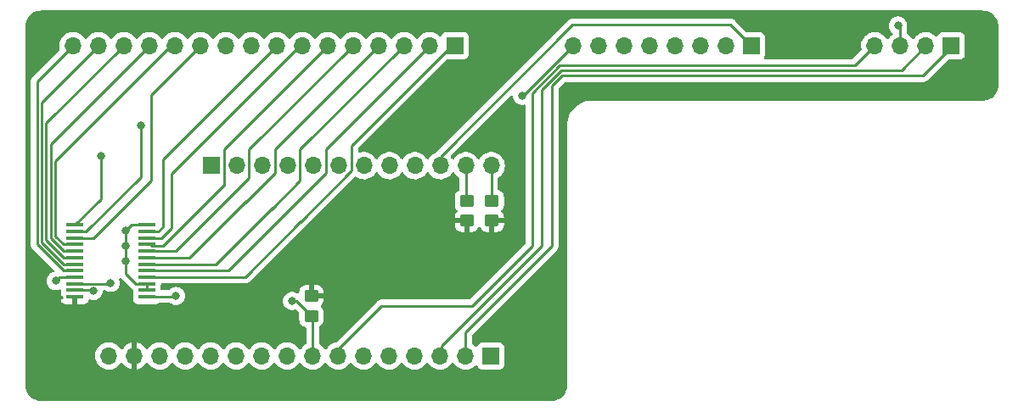
<source format=gbr>
%TF.GenerationSoftware,KiCad,Pcbnew,(6.0.1)*%
%TF.CreationDate,2023-01-23T14:34:39-05:00*%
%TF.ProjectId,blu_model_m,626c755f-6d6f-4646-956c-5f6d2e6b6963,rev?*%
%TF.SameCoordinates,PX2719c40PY3fe56c0*%
%TF.FileFunction,Copper,L1,Top*%
%TF.FilePolarity,Positive*%
%FSLAX46Y46*%
G04 Gerber Fmt 4.6, Leading zero omitted, Abs format (unit mm)*
G04 Created by KiCad (PCBNEW (6.0.1)) date 2023-01-23 14:34:39*
%MOMM*%
%LPD*%
G01*
G04 APERTURE LIST*
G04 Aperture macros list*
%AMRoundRect*
0 Rectangle with rounded corners*
0 $1 Rounding radius*
0 $2 $3 $4 $5 $6 $7 $8 $9 X,Y pos of 4 corners*
0 Add a 4 corners polygon primitive as box body*
4,1,4,$2,$3,$4,$5,$6,$7,$8,$9,$2,$3,0*
0 Add four circle primitives for the rounded corners*
1,1,$1+$1,$2,$3*
1,1,$1+$1,$4,$5*
1,1,$1+$1,$6,$7*
1,1,$1+$1,$8,$9*
0 Add four rect primitives between the rounded corners*
20,1,$1+$1,$2,$3,$4,$5,0*
20,1,$1+$1,$4,$5,$6,$7,0*
20,1,$1+$1,$6,$7,$8,$9,0*
20,1,$1+$1,$8,$9,$2,$3,0*%
G04 Aperture macros list end*
%TA.AperFunction,ComponentPad*%
%ADD10R,1.700000X1.700000*%
%TD*%
%TA.AperFunction,ComponentPad*%
%ADD11O,1.700000X1.700000*%
%TD*%
%TA.AperFunction,SMDPad,CuDef*%
%ADD12RoundRect,0.250000X-0.450000X0.350000X-0.450000X-0.350000X0.450000X-0.350000X0.450000X0.350000X0*%
%TD*%
%TA.AperFunction,SMDPad,CuDef*%
%ADD13RoundRect,0.250000X0.450000X-0.350000X0.450000X0.350000X-0.450000X0.350000X-0.450000X-0.350000X0*%
%TD*%
%TA.AperFunction,SMDPad,CuDef*%
%ADD14R,1.750000X0.450000*%
%TD*%
%TA.AperFunction,ViaPad*%
%ADD15C,0.800000*%
%TD*%
%TA.AperFunction,Conductor*%
%ADD16C,0.250000*%
%TD*%
G04 APERTURE END LIST*
D10*
%TO.P,JP1,1,1*%
%TO.N,VBAT*%
X19000000Y-16000000D03*
D11*
%TO.P,JP1,2,2*%
%TO.N,/EN*%
X21540000Y-16000000D03*
%TO.P,JP1,3,3*%
%TO.N,VBUS*%
X24080000Y-16000000D03*
%TO.P,JP1,4,4*%
%TO.N,/IO13_A12*%
X26620000Y-16000000D03*
%TO.P,JP1,5,5*%
%TO.N,/IO12_A11*%
X29160000Y-16000000D03*
%TO.P,JP1,6,6*%
%TO.N,/IO27_A10*%
X31700000Y-16000000D03*
%TO.P,JP1,7,7*%
%TO.N,/IO33_A9*%
X34240000Y-16000000D03*
%TO.P,JP1,8,8*%
%TO.N,/IO15_A8*%
X36780000Y-16000000D03*
%TO.P,JP1,9,9*%
%TO.N,/IO32_A7*%
X39320000Y-16000000D03*
%TO.P,JP1,10,10*%
%TO.N,/IO14_A6*%
X41860000Y-16000000D03*
%TO.P,JP1,11,11*%
%TO.N,/SCL*%
X44400000Y-16000000D03*
%TO.P,JP1,12,12*%
%TO.N,/SDA*%
X46940000Y-16000000D03*
%TD*%
%TO.P,JP2,16,16*%
%TO.N,/RESET*%
X8800000Y-35000000D03*
%TO.P,JP2,15,15*%
%TO.N,3.3V*%
X11340000Y-35000000D03*
%TO.P,JP2,14,14*%
%TO.N,unconnected-(JP2-Pad14)*%
X13880000Y-35000000D03*
%TO.P,JP2,13,13*%
%TO.N,GND*%
X16420000Y-35000000D03*
%TO.P,JP2,12,12*%
%TO.N,/A0_DAC2*%
X18960000Y-35000000D03*
%TO.P,JP2,11,11*%
%TO.N,/A1_DAC1*%
X21500000Y-35000000D03*
%TO.P,JP2,10,10*%
%TO.N,/A2_I34*%
X24040000Y-35000000D03*
%TO.P,JP2,9,9*%
%TO.N,/A3_I39*%
X26580000Y-35000000D03*
%TO.P,JP2,8,8*%
%TO.N,/A4_IO36*%
X29120000Y-35000000D03*
%TO.P,JP2,7,7*%
%TO.N,/A5_IO4*%
X31660000Y-35000000D03*
%TO.P,JP2,6,6*%
%TO.N,/SCK*%
X34200000Y-35000000D03*
%TO.P,JP2,5,5*%
%TO.N,/MOSI*%
X36740000Y-35000000D03*
%TO.P,JP2,4,4*%
%TO.N,/MISO*%
X39280000Y-35000000D03*
%TO.P,JP2,3,3*%
%TO.N,/IO16*%
X41820000Y-35000000D03*
%TO.P,JP2,2,2*%
%TO.N,/IO17*%
X44360000Y-35000000D03*
D10*
%TO.P,JP2,1,1*%
%TO.N,/IO21*%
X46900000Y-35000000D03*
%TD*%
%TO.P,J3,1,Pin_1*%
%TO.N,/IO17*%
X92800000Y-4025000D03*
D11*
%TO.P,J3,2,Pin_2*%
%TO.N,/IO16*%
X90260000Y-4025000D03*
%TO.P,J3,3,Pin_3*%
%TO.N,GND*%
X87720000Y-4025000D03*
%TO.P,J3,4,Pin_4*%
%TO.N,/A5_IO4*%
X85180000Y-4025000D03*
%TD*%
D10*
%TO.P,J2,1,Pin_1*%
%TO.N,/IO14_A6*%
X72875000Y-4025000D03*
D11*
%TO.P,J2,2,Pin_2*%
%TO.N,/IO32_A7*%
X70335000Y-4025000D03*
%TO.P,J2,3,Pin_3*%
%TO.N,/IO15_A8*%
X67795000Y-4025000D03*
%TO.P,J2,4,Pin_4*%
%TO.N,/IO33_A9*%
X65255000Y-4025000D03*
%TO.P,J2,5,Pin_5*%
%TO.N,/IO27_A10*%
X62715000Y-4025000D03*
%TO.P,J2,6,Pin_6*%
%TO.N,/IO12_A11*%
X60175000Y-4025000D03*
%TO.P,J2,7,Pin_7*%
%TO.N,/IO13_A12*%
X57635000Y-4025000D03*
%TO.P,J2,8,Pin_8*%
%TO.N,/IO21*%
X55095000Y-4025000D03*
%TD*%
D10*
%TO.P,J1,1,Pin_1*%
%TO.N,/P00*%
X43320000Y-4000000D03*
D11*
%TO.P,J1,2,Pin_2*%
%TO.N,/P01*%
X40780000Y-4000000D03*
%TO.P,J1,3,Pin_3*%
%TO.N,/P02*%
X38240000Y-4000000D03*
%TO.P,J1,4,Pin_4*%
%TO.N,/P03*%
X35700000Y-4000000D03*
%TO.P,J1,5,Pin_5*%
%TO.N,/P04*%
X33160000Y-4000000D03*
%TO.P,J1,6,Pin_6*%
%TO.N,/P05*%
X30620000Y-4000000D03*
%TO.P,J1,7,Pin_7*%
%TO.N,/P06*%
X28080000Y-4000000D03*
%TO.P,J1,8,Pin_8*%
%TO.N,/P07*%
X25540000Y-4000000D03*
%TO.P,J1,9,Pin_9*%
%TO.N,/P10*%
X23000000Y-4000000D03*
%TO.P,J1,10,Pin_10*%
%TO.N,/P11*%
X20460000Y-4000000D03*
%TO.P,J1,11,Pin_11*%
%TO.N,/P12*%
X17920000Y-4000000D03*
%TO.P,J1,12,Pin_12*%
%TO.N,/P13*%
X15380000Y-4000000D03*
%TO.P,J1,13,Pin_13*%
%TO.N,/P14*%
X12840000Y-4000000D03*
%TO.P,J1,14,Pin_14*%
%TO.N,/P15*%
X10300000Y-4000000D03*
%TO.P,J1,15,Pin_15*%
%TO.N,/P16*%
X7760000Y-4000000D03*
%TO.P,J1,16,Pin_16*%
%TO.N,/P17*%
X5220000Y-4000000D03*
%TD*%
D12*
%TO.P,R3,1*%
%TO.N,3.3V*%
X29000000Y-29000000D03*
%TO.P,R3,2*%
%TO.N,/A4_IO36*%
X29000000Y-31000000D03*
%TD*%
%TO.P,R2,2*%
%TO.N,3.3V*%
X47000000Y-21500000D03*
%TO.P,R2,1*%
%TO.N,/SDA*%
X47000000Y-19500000D03*
%TD*%
D13*
%TO.P,R1,2*%
%TO.N,/SCL*%
X44500000Y-19500000D03*
%TO.P,R1,1*%
%TO.N,3.3V*%
X44500000Y-21500000D03*
%TD*%
D14*
%TO.P,U1,1,\u002AINT*%
%TO.N,/A4_IO36*%
X12600000Y-29075000D03*
%TO.P,U1,2,A1*%
%TO.N,GND*%
X12600000Y-28425000D03*
%TO.P,U1,3,A2*%
X12600000Y-27775000D03*
%TO.P,U1,4,P00*%
%TO.N,/P00*%
X12600000Y-27125000D03*
%TO.P,U1,5,P01*%
%TO.N,/P01*%
X12600000Y-26475000D03*
%TO.P,U1,6,P02*%
%TO.N,/P02*%
X12600000Y-25825000D03*
%TO.P,U1,7,P03*%
%TO.N,/P03*%
X12600000Y-25175000D03*
%TO.P,U1,8,P04*%
%TO.N,/P04*%
X12600000Y-24525000D03*
%TO.P,U1,9,P05*%
%TO.N,/P05*%
X12600000Y-23875000D03*
%TO.P,U1,10,P06*%
%TO.N,/P06*%
X12600000Y-23225000D03*
%TO.P,U1,11,P07*%
%TO.N,/P07*%
X12600000Y-22575000D03*
%TO.P,U1,12,GND*%
%TO.N,GND*%
X12600000Y-21925000D03*
%TO.P,U1,13,P10*%
%TO.N,/P10*%
X5400000Y-21925000D03*
%TO.P,U1,14,P11*%
%TO.N,/P11*%
X5400000Y-22575000D03*
%TO.P,U1,15,P12*%
%TO.N,/P12*%
X5400000Y-23225000D03*
%TO.P,U1,16,P13*%
%TO.N,/P13*%
X5400000Y-23875000D03*
%TO.P,U1,17,P14*%
%TO.N,/P14*%
X5400000Y-24525000D03*
%TO.P,U1,18,P15*%
%TO.N,/P15*%
X5400000Y-25175000D03*
%TO.P,U1,19,P16*%
%TO.N,/P16*%
X5400000Y-25825000D03*
%TO.P,U1,20,P17*%
%TO.N,/P17*%
X5400000Y-26475000D03*
%TO.P,U1,21,A0*%
%TO.N,GND*%
X5400000Y-27125000D03*
%TO.P,U1,22,SCL*%
%TO.N,/SDA*%
X5400000Y-27775000D03*
%TO.P,U1,23,SDA*%
%TO.N,/SCL*%
X5400000Y-28425000D03*
%TO.P,U1,24,VCC*%
%TO.N,3.3V*%
X5400000Y-29075000D03*
%TD*%
D15*
%TO.N,GND*%
X87500000Y-2000000D03*
X10500000Y-25500000D03*
X10500000Y-24000000D03*
X10500000Y-22500000D03*
%TO.N,/A4_IO36*%
X15500000Y-29000000D03*
X27075000Y-29500000D03*
%TO.N,GND*%
X3500000Y-27500000D03*
%TO.N,/SDA*%
X9000000Y-27700500D03*
%TO.N,/SCL*%
X7303763Y-28499500D03*
%TO.N,/IO21*%
X50000000Y-9000000D03*
%TO.N,/P10*%
X7987701Y-14987701D03*
%TO.N,/P11*%
X11987701Y-11987701D03*
%TD*%
D16*
%TO.N,GND*%
X87500000Y-2000000D02*
X87500000Y-2060000D01*
X87500000Y-2060000D02*
X87720000Y-2280000D01*
X87720000Y-2280000D02*
X87720000Y-4025000D01*
%TO.N,/A5_IO4*%
X83205000Y-6000000D02*
X85180000Y-4025000D01*
X53755718Y-6000000D02*
X83205000Y-6000000D01*
X45000000Y-30000000D02*
X51000000Y-24000000D01*
X51000000Y-24000000D02*
X51000000Y-8755718D01*
X51000000Y-8755718D02*
X53755718Y-6000000D01*
X36000000Y-30000000D02*
X45000000Y-30000000D01*
X31660000Y-34340000D02*
X36000000Y-30000000D01*
X31660000Y-35000000D02*
X31660000Y-34340000D01*
%TO.N,GND*%
X12600000Y-28425000D02*
X12600000Y-27775000D01*
X10500000Y-26774022D02*
X10500000Y-22500000D01*
X11500978Y-27775000D02*
X10500000Y-26774022D01*
X12600000Y-27775000D02*
X11500978Y-27775000D01*
%TO.N,/SDA*%
X8925500Y-27775000D02*
X5400000Y-27775000D01*
X9000000Y-27700500D02*
X8925500Y-27775000D01*
%TO.N,/SCL*%
X7229263Y-28425000D02*
X7303763Y-28499500D01*
X5400000Y-28425000D02*
X7229263Y-28425000D01*
%TO.N,GND*%
X11075000Y-21925000D02*
X10500000Y-22500000D01*
X12600000Y-21925000D02*
X11075000Y-21925000D01*
%TO.N,/A4_IO36*%
X15425000Y-29075000D02*
X12600000Y-29075000D01*
X15500000Y-29000000D02*
X15425000Y-29075000D01*
%TO.N,/P06*%
X15027292Y-22252029D02*
X15027292Y-16785025D01*
X27812317Y-4000000D02*
X28080000Y-4000000D01*
X14054321Y-23225000D02*
X15027292Y-22252029D01*
X15027292Y-16785025D02*
X27812317Y-4000000D01*
X12600000Y-23225000D02*
X14054321Y-23225000D01*
%TO.N,/P07*%
X13725000Y-22575000D02*
X12600000Y-22575000D01*
X14183199Y-22116801D02*
X13725000Y-22575000D01*
X14183199Y-15356801D02*
X14183199Y-22116801D01*
X25540000Y-4000000D02*
X14183199Y-15356801D01*
%TO.N,/P00*%
X12600000Y-27125000D02*
X22390914Y-27125000D01*
X22390914Y-27125000D02*
X27944406Y-21571508D01*
%TO.N,/P01*%
X20756897Y-26475000D02*
X26355525Y-20876372D01*
X12600000Y-26475000D02*
X20756897Y-26475000D01*
%TO.N,/P02*%
X25089385Y-20230889D02*
X19495274Y-25825000D01*
X19495274Y-25825000D02*
X12600000Y-25825000D01*
%TO.N,/P03*%
X16825000Y-25175000D02*
X22500000Y-19500000D01*
X12600000Y-25175000D02*
X16825000Y-25175000D01*
%TO.N,/P04*%
X21000000Y-19000000D02*
X15475000Y-24525000D01*
X15475000Y-24525000D02*
X12600000Y-24525000D01*
%TO.N,/P05*%
X30620000Y-4000000D02*
X20284511Y-14335489D01*
X20284511Y-14335489D02*
X20284511Y-18000000D01*
%TO.N,/A4_IO36*%
X27500000Y-29500000D02*
X29000000Y-31000000D01*
X27075000Y-29500000D02*
X27500000Y-29500000D01*
%TO.N,GND*%
X3875000Y-27125000D02*
X3500000Y-27500000D01*
X5400000Y-27125000D02*
X3875000Y-27125000D01*
%TO.N,/P12*%
X13000000Y-12000000D02*
X13000000Y-17500000D01*
%TO.N,/P11*%
X6525000Y-22575000D02*
X11987701Y-17112299D01*
X11987701Y-17112299D02*
X11987701Y-11987701D01*
X5400000Y-22575000D02*
X6525000Y-22575000D01*
%TO.N,/P10*%
X7987701Y-19337299D02*
X7987701Y-14987701D01*
X5400000Y-21925000D02*
X7987701Y-19337299D01*
%TO.N,/P13*%
X15000000Y-4000000D02*
X15380000Y-4000000D01*
X3479991Y-15520009D02*
X15000000Y-4000000D01*
X3479991Y-21020009D02*
X3479991Y-15520009D01*
%TO.N,/P14*%
X4275000Y-24525000D02*
X5400000Y-24525000D01*
X3000000Y-13840000D02*
X3000000Y-23250000D01*
X3000000Y-23250000D02*
X4275000Y-24525000D01*
X12840000Y-4000000D02*
X3000000Y-13840000D01*
%TO.N,/P17*%
X4275000Y-26475000D02*
X5400000Y-26475000D01*
X1651440Y-23851440D02*
X4275000Y-26475000D01*
X1651440Y-7568560D02*
X1651440Y-23851440D01*
X5220000Y-4000000D02*
X1651440Y-7568560D01*
%TO.N,/P16*%
X4275000Y-25825000D02*
X5400000Y-25825000D01*
X2100960Y-23650960D02*
X4275000Y-25825000D01*
X2100960Y-9659040D02*
X2100960Y-23650960D01*
X7760000Y-4000000D02*
X2100960Y-9659040D01*
%TO.N,/P15*%
X4275000Y-25175000D02*
X5400000Y-25175000D01*
X2550480Y-23450480D02*
X4275000Y-25175000D01*
X2550480Y-11749520D02*
X2550480Y-23450480D01*
X10300000Y-4000000D02*
X2550480Y-11749520D01*
%TO.N,/P05*%
X14240227Y-23975489D02*
X13000000Y-23975489D01*
X20265635Y-17950081D02*
X14240227Y-23975489D01*
%TO.N,/A4_IO36*%
X29120000Y-31120000D02*
X29120000Y-35000000D01*
X29000000Y-31000000D02*
X29120000Y-31120000D01*
%TO.N,/SDA*%
X46940000Y-19440000D02*
X46940000Y-16000000D01*
X47000000Y-19500000D02*
X46940000Y-19440000D01*
%TO.N,/SCL*%
X44400000Y-19400000D02*
X44400000Y-16000000D01*
X44500000Y-19500000D02*
X44400000Y-19400000D01*
%TO.N,/P00*%
X43000000Y-4000000D02*
X43320000Y-4000000D01*
X33022864Y-13977136D02*
X43000000Y-4000000D01*
X27894389Y-21625000D02*
X33022864Y-16496525D01*
X33022864Y-16496525D02*
X33022864Y-13977136D01*
%TO.N,/P01*%
X30457482Y-16761339D02*
X30457482Y-14322518D01*
X26243821Y-20975000D02*
X30457482Y-16761339D01*
X30457482Y-14322518D02*
X40780000Y-4000000D01*
%TO.N,/P02*%
X27875550Y-14364450D02*
X27875550Y-17488732D01*
X27875550Y-17488732D02*
X25039282Y-20325000D01*
X38240000Y-4000000D02*
X27875550Y-14364450D01*
%TO.N,/P03*%
X25359821Y-14340179D02*
X35700000Y-4000000D01*
X25359821Y-16718635D02*
X25359821Y-14340179D01*
X22403456Y-19675000D02*
X25359821Y-16718635D01*
%TO.N,/P04*%
X22784838Y-17215162D02*
X20975000Y-19025000D01*
X22784838Y-14375162D02*
X22784838Y-17215162D01*
X33160000Y-4000000D02*
X22784838Y-14375162D01*
%TO.N,/IO16*%
X52000000Y-24000000D02*
X52000000Y-8391436D01*
X42000000Y-34000000D02*
X52000000Y-24000000D01*
X52000000Y-8391436D02*
X53941916Y-6449520D01*
X87835480Y-6449520D02*
X90260000Y-4025000D01*
X42000000Y-34820000D02*
X42000000Y-34000000D01*
X53941916Y-6449520D02*
X87835480Y-6449520D01*
X41820000Y-35000000D02*
X42000000Y-34820000D01*
%TO.N,/IO17*%
X92800000Y-4200000D02*
X92800000Y-4025000D01*
X54027154Y-7000000D02*
X90000000Y-7000000D01*
X53000000Y-8027154D02*
X54027154Y-7000000D01*
X53000000Y-24000000D02*
X53000000Y-8027154D01*
X90000000Y-7000000D02*
X92800000Y-4200000D01*
X44360000Y-35000000D02*
X44360000Y-32640000D01*
X44360000Y-32640000D02*
X53000000Y-24000000D01*
%TO.N,/IO14_A6*%
X41860000Y-15140000D02*
X41860000Y-16000000D01*
X55055649Y-1944351D02*
X41860000Y-15140000D01*
X70794351Y-1944351D02*
X55055649Y-1944351D01*
X72875000Y-4025000D02*
X70794351Y-1944351D01*
%TO.N,/IO21*%
X50120000Y-9000000D02*
X50000000Y-9000000D01*
X55095000Y-4025000D02*
X50120000Y-9000000D01*
%TO.N,/P13*%
X3479991Y-23054013D02*
X4300978Y-23875000D01*
X4300978Y-23875000D02*
X5400000Y-23875000D01*
X3479991Y-21020009D02*
X3479991Y-23054013D01*
%TO.N,/P12*%
X13000000Y-17500000D02*
X7275000Y-23225000D01*
X7275000Y-23225000D02*
X5400000Y-23225000D01*
X13000000Y-8920000D02*
X13000000Y-12000000D01*
X17920000Y-4000000D02*
X13000000Y-8920000D01*
%TD*%
%TA.AperFunction,Conductor*%
%TO.N,3.3V*%
G36*
X95970056Y-509500D02*
G01*
X95972284Y-509847D01*
X95984859Y-511805D01*
X95984861Y-511805D01*
X95993730Y-513186D01*
X96002632Y-512022D01*
X96002634Y-512022D01*
X96008959Y-511195D01*
X96034282Y-510452D01*
X96198126Y-522170D01*
X96203343Y-522543D01*
X96221137Y-525101D01*
X96411540Y-566521D01*
X96428788Y-571586D01*
X96611363Y-639684D01*
X96627710Y-647149D01*
X96798735Y-740536D01*
X96813847Y-750248D01*
X96969841Y-867024D01*
X96983427Y-878797D01*
X97121203Y-1016573D01*
X97132976Y-1030159D01*
X97249752Y-1186153D01*
X97259464Y-1201265D01*
X97352849Y-1372285D01*
X97360316Y-1388637D01*
X97428414Y-1571212D01*
X97433479Y-1588460D01*
X97443545Y-1634729D01*
X97474899Y-1778863D01*
X97477457Y-1796658D01*
X97489041Y-1958629D01*
X97488297Y-1976533D01*
X97488195Y-1984858D01*
X97486814Y-1993730D01*
X97487978Y-2002632D01*
X97487978Y-2002635D01*
X97490936Y-2025251D01*
X97492000Y-2041589D01*
X97492000Y-7950672D01*
X97490500Y-7970056D01*
X97486814Y-7993730D01*
X97487978Y-8002632D01*
X97487978Y-8002634D01*
X97488805Y-8008959D01*
X97489548Y-8034287D01*
X97477457Y-8203343D01*
X97474899Y-8221137D01*
X97446764Y-8350474D01*
X97433480Y-8411538D01*
X97428414Y-8428788D01*
X97360316Y-8611363D01*
X97352851Y-8627710D01*
X97259464Y-8798735D01*
X97249753Y-8813846D01*
X97207610Y-8870142D01*
X97132976Y-8969841D01*
X97121203Y-8983427D01*
X96983427Y-9121203D01*
X96969841Y-9132976D01*
X96813847Y-9249752D01*
X96798735Y-9259464D01*
X96627710Y-9352851D01*
X96611363Y-9360316D01*
X96428788Y-9428414D01*
X96411540Y-9433479D01*
X96248022Y-9469051D01*
X96221137Y-9474899D01*
X96203342Y-9477457D01*
X96154443Y-9480954D01*
X96041369Y-9489041D01*
X96023467Y-9488297D01*
X96015142Y-9488195D01*
X96006270Y-9486814D01*
X95997368Y-9487978D01*
X95997365Y-9487978D01*
X95974749Y-9490936D01*
X95958411Y-9492000D01*
X57053207Y-9492000D01*
X57032303Y-9490254D01*
X57029137Y-9489721D01*
X57012539Y-9486929D01*
X57006349Y-9486853D01*
X57004864Y-9486835D01*
X57004859Y-9486835D01*
X57000000Y-9486776D01*
X56995190Y-9487465D01*
X56992699Y-9487627D01*
X56987110Y-9488196D01*
X56941809Y-9490936D01*
X56700938Y-9505506D01*
X56700933Y-9505507D01*
X56697141Y-9505736D01*
X56398699Y-9560427D01*
X56109025Y-9650693D01*
X56105555Y-9652255D01*
X56105549Y-9652257D01*
X56046427Y-9678866D01*
X55832344Y-9775217D01*
X55829087Y-9777186D01*
X55829083Y-9777188D01*
X55801599Y-9793803D01*
X55572690Y-9932184D01*
X55333849Y-10119304D01*
X55119304Y-10333849D01*
X55087508Y-10374434D01*
X54978893Y-10513071D01*
X54932184Y-10572690D01*
X54775217Y-10832344D01*
X54712955Y-10970684D01*
X54655458Y-11098438D01*
X54650693Y-11109025D01*
X54560427Y-11398699D01*
X54505736Y-11697141D01*
X54505507Y-11700933D01*
X54505506Y-11700938D01*
X54488777Y-11977506D01*
X54488223Y-11982639D01*
X54488216Y-11983271D01*
X54488381Y-11983670D01*
X54486814Y-11993730D01*
X54487485Y-11998861D01*
X54487416Y-12000000D01*
X54487634Y-12000000D01*
X54488623Y-12007562D01*
X54490936Y-12025250D01*
X54492000Y-12041588D01*
X54492000Y-37950672D01*
X54490500Y-37970056D01*
X54486814Y-37993730D01*
X54487978Y-38002632D01*
X54487978Y-38002634D01*
X54488805Y-38008959D01*
X54489548Y-38034287D01*
X54477457Y-38203343D01*
X54474899Y-38221137D01*
X54433480Y-38411538D01*
X54428414Y-38428788D01*
X54360316Y-38611363D01*
X54352851Y-38627710D01*
X54259464Y-38798735D01*
X54249752Y-38813847D01*
X54132976Y-38969841D01*
X54121203Y-38983427D01*
X53983427Y-39121203D01*
X53969841Y-39132976D01*
X53813847Y-39249752D01*
X53798735Y-39259464D01*
X53627710Y-39352851D01*
X53611363Y-39360316D01*
X53428788Y-39428414D01*
X53411540Y-39433479D01*
X53248022Y-39469051D01*
X53221137Y-39474899D01*
X53203342Y-39477457D01*
X53154443Y-39480954D01*
X53041369Y-39489041D01*
X53023467Y-39488297D01*
X53015142Y-39488195D01*
X53006270Y-39486814D01*
X52997368Y-39487978D01*
X52997365Y-39487978D01*
X52974749Y-39490936D01*
X52958411Y-39492000D01*
X2049328Y-39492000D01*
X2029943Y-39490500D01*
X2029661Y-39490456D01*
X2027117Y-39490060D01*
X2015141Y-39488195D01*
X2015139Y-39488195D01*
X2006270Y-39486814D01*
X1997368Y-39487978D01*
X1997366Y-39487978D01*
X1991041Y-39488805D01*
X1965718Y-39489548D01*
X1796657Y-39477457D01*
X1778863Y-39474899D01*
X1751978Y-39469051D01*
X1588460Y-39433479D01*
X1571212Y-39428414D01*
X1388637Y-39360316D01*
X1372290Y-39352851D01*
X1201265Y-39259464D01*
X1186153Y-39249752D01*
X1030159Y-39132976D01*
X1016573Y-39121203D01*
X878797Y-38983427D01*
X867024Y-38969841D01*
X750248Y-38813847D01*
X740536Y-38798735D01*
X647149Y-38627710D01*
X639684Y-38611363D01*
X571586Y-38428788D01*
X566520Y-38411538D01*
X525101Y-38221137D01*
X522543Y-38203342D01*
X510959Y-38041371D01*
X511703Y-38023467D01*
X511805Y-38015142D01*
X513186Y-38006270D01*
X511547Y-37993730D01*
X509064Y-37974749D01*
X508000Y-37958411D01*
X508000Y-34966695D01*
X7437251Y-34966695D01*
X7450110Y-35189715D01*
X7451247Y-35194761D01*
X7451248Y-35194767D01*
X7472275Y-35288069D01*
X7499222Y-35407639D01*
X7583266Y-35614616D01*
X7620685Y-35675678D01*
X7697291Y-35800688D01*
X7699987Y-35805088D01*
X7846250Y-35973938D01*
X8018126Y-36116632D01*
X8211000Y-36229338D01*
X8419692Y-36309030D01*
X8424760Y-36310061D01*
X8424763Y-36310062D01*
X8519862Y-36329410D01*
X8638597Y-36353567D01*
X8643772Y-36353757D01*
X8643774Y-36353757D01*
X8856673Y-36361564D01*
X8856677Y-36361564D01*
X8861837Y-36361753D01*
X8866957Y-36361097D01*
X8866959Y-36361097D01*
X9078288Y-36334025D01*
X9078289Y-36334025D01*
X9083416Y-36333368D01*
X9088366Y-36331883D01*
X9292429Y-36270661D01*
X9292434Y-36270659D01*
X9297384Y-36269174D01*
X9497994Y-36170896D01*
X9679860Y-36041173D01*
X9838096Y-35883489D01*
X9897594Y-35800689D01*
X9968453Y-35702077D01*
X9969640Y-35702930D01*
X10016960Y-35659362D01*
X10086897Y-35647145D01*
X10152338Y-35674678D01*
X10180166Y-35706511D01*
X10237694Y-35800388D01*
X10243777Y-35808699D01*
X10383213Y-35969667D01*
X10390580Y-35976883D01*
X10554434Y-36112916D01*
X10562881Y-36118831D01*
X10746756Y-36226279D01*
X10756042Y-36230729D01*
X10955001Y-36306703D01*
X10964899Y-36309579D01*
X11068250Y-36330606D01*
X11082299Y-36329410D01*
X11086000Y-36319065D01*
X11086000Y-33683102D01*
X11082082Y-33669758D01*
X11067806Y-33667771D01*
X11029324Y-33673660D01*
X11019288Y-33676051D01*
X10816868Y-33742212D01*
X10807359Y-33746209D01*
X10618463Y-33844542D01*
X10609738Y-33850036D01*
X10439433Y-33977905D01*
X10431726Y-33984748D01*
X10284590Y-34138717D01*
X10278109Y-34146722D01*
X10173498Y-34300074D01*
X10118587Y-34345076D01*
X10048062Y-34353247D01*
X9984315Y-34321993D01*
X9963618Y-34297509D01*
X9882822Y-34172617D01*
X9882820Y-34172614D01*
X9880014Y-34168277D01*
X9729670Y-34003051D01*
X9725619Y-33999852D01*
X9725615Y-33999848D01*
X9558414Y-33867800D01*
X9558410Y-33867798D01*
X9554359Y-33864598D01*
X9549831Y-33862098D01*
X9433988Y-33798150D01*
X9358789Y-33756638D01*
X9353920Y-33754914D01*
X9353916Y-33754912D01*
X9153087Y-33683795D01*
X9153083Y-33683794D01*
X9148212Y-33682069D01*
X9143119Y-33681162D01*
X9143116Y-33681161D01*
X8933373Y-33643800D01*
X8933367Y-33643799D01*
X8928284Y-33642894D01*
X8854452Y-33641992D01*
X8710081Y-33640228D01*
X8710079Y-33640228D01*
X8704911Y-33640165D01*
X8484091Y-33673955D01*
X8271756Y-33743357D01*
X8198757Y-33781358D01*
X8097975Y-33833822D01*
X8073607Y-33846507D01*
X8069474Y-33849610D01*
X8069471Y-33849612D01*
X7899100Y-33977530D01*
X7894965Y-33980635D01*
X7869541Y-34007240D01*
X7801280Y-34078671D01*
X7740629Y-34142138D01*
X7737720Y-34146403D01*
X7737714Y-34146411D01*
X7719627Y-34172926D01*
X7614743Y-34326680D01*
X7520688Y-34529305D01*
X7460989Y-34744570D01*
X7437251Y-34966695D01*
X508000Y-34966695D01*
X508000Y-7548503D01*
X1013220Y-7548503D01*
X1013966Y-7556395D01*
X1017381Y-7592521D01*
X1017940Y-7604379D01*
X1017940Y-23772673D01*
X1017413Y-23783856D01*
X1015738Y-23791349D01*
X1015987Y-23799275D01*
X1015987Y-23799276D01*
X1017878Y-23859426D01*
X1017940Y-23863385D01*
X1017940Y-23891296D01*
X1018437Y-23895230D01*
X1018437Y-23895231D01*
X1018445Y-23895296D01*
X1019378Y-23907133D01*
X1020767Y-23951329D01*
X1024501Y-23964181D01*
X1026418Y-23970779D01*
X1030427Y-23990140D01*
X1032966Y-24010237D01*
X1035885Y-24017608D01*
X1035885Y-24017610D01*
X1049244Y-24051352D01*
X1053089Y-24062582D01*
X1063211Y-24097423D01*
X1065422Y-24105033D01*
X1069455Y-24111852D01*
X1069457Y-24111857D01*
X1075733Y-24122468D01*
X1084428Y-24140216D01*
X1091888Y-24159057D01*
X1096550Y-24165473D01*
X1096550Y-24165474D01*
X1117876Y-24194827D01*
X1124392Y-24204747D01*
X1146898Y-24242802D01*
X1161219Y-24257123D01*
X1174059Y-24272156D01*
X1185968Y-24288547D01*
X1192074Y-24293598D01*
X1220045Y-24316738D01*
X1228824Y-24324728D01*
X3315536Y-26411440D01*
X3349562Y-26473752D01*
X3344497Y-26544567D01*
X3301950Y-26601403D01*
X3252639Y-26623781D01*
X3224176Y-26629831D01*
X3224167Y-26629834D01*
X3217712Y-26631206D01*
X3211682Y-26633891D01*
X3211681Y-26633891D01*
X3049278Y-26706197D01*
X3049276Y-26706198D01*
X3043248Y-26708882D01*
X3037907Y-26712762D01*
X3037906Y-26712763D01*
X3025388Y-26721858D01*
X2888747Y-26821134D01*
X2884326Y-26826044D01*
X2884325Y-26826045D01*
X2823714Y-26893361D01*
X2760960Y-26963056D01*
X2665473Y-27128444D01*
X2606458Y-27310072D01*
X2586496Y-27500000D01*
X2587186Y-27506565D01*
X2603162Y-27658564D01*
X2606458Y-27689928D01*
X2665473Y-27871556D01*
X2668776Y-27877278D01*
X2668777Y-27877279D01*
X2683047Y-27901995D01*
X2760960Y-28036944D01*
X2765378Y-28041851D01*
X2765379Y-28041852D01*
X2844598Y-28129834D01*
X2888747Y-28178866D01*
X2961502Y-28231726D01*
X3036423Y-28286159D01*
X3043248Y-28291118D01*
X3049276Y-28293802D01*
X3049278Y-28293803D01*
X3211679Y-28366108D01*
X3217712Y-28368794D01*
X3311113Y-28388647D01*
X3398056Y-28407128D01*
X3398061Y-28407128D01*
X3404513Y-28408500D01*
X3595487Y-28408500D01*
X3601939Y-28407128D01*
X3601944Y-28407128D01*
X3688887Y-28388647D01*
X3782288Y-28368794D01*
X3788315Y-28366111D01*
X3788323Y-28366108D01*
X3839252Y-28343433D01*
X3909619Y-28333999D01*
X3973916Y-28364106D01*
X4011729Y-28424195D01*
X4016500Y-28458540D01*
X4016500Y-28698134D01*
X4020909Y-28738720D01*
X4020909Y-28765933D01*
X4017369Y-28798517D01*
X4017000Y-28805328D01*
X4017000Y-28831885D01*
X4021475Y-28847124D01*
X4047170Y-28869389D01*
X4046712Y-28869918D01*
X4059100Y-28876682D01*
X4074207Y-28896839D01*
X4074385Y-28896705D01*
X4161739Y-29013261D01*
X4185043Y-29030726D01*
X4241681Y-29073174D01*
X4284196Y-29130033D01*
X4289222Y-29200851D01*
X4255162Y-29263145D01*
X4192831Y-29297135D01*
X4166116Y-29300000D01*
X4035116Y-29300000D01*
X4019877Y-29304475D01*
X4018672Y-29305865D01*
X4017001Y-29313548D01*
X4017001Y-29344669D01*
X4017371Y-29351490D01*
X4022895Y-29402352D01*
X4026521Y-29417604D01*
X4071676Y-29538054D01*
X4080214Y-29553649D01*
X4156715Y-29655724D01*
X4169276Y-29668285D01*
X4271351Y-29744786D01*
X4286946Y-29753324D01*
X4407394Y-29798478D01*
X4422649Y-29802105D01*
X4473514Y-29807631D01*
X4480328Y-29808000D01*
X5156885Y-29808000D01*
X5172124Y-29803525D01*
X5173329Y-29802135D01*
X5175000Y-29794452D01*
X5175000Y-29300000D01*
X5175552Y-29300000D01*
X5175553Y-29249000D01*
X5213938Y-29189275D01*
X5278519Y-29159782D01*
X5296449Y-29158500D01*
X5499000Y-29158500D01*
X5567121Y-29178502D01*
X5613614Y-29232158D01*
X5625000Y-29284500D01*
X5625000Y-29789884D01*
X5629475Y-29805123D01*
X5630865Y-29806328D01*
X5638548Y-29807999D01*
X6319669Y-29807999D01*
X6326490Y-29807629D01*
X6377352Y-29802105D01*
X6392604Y-29798479D01*
X6513054Y-29753324D01*
X6528649Y-29744786D01*
X6630724Y-29668285D01*
X6643285Y-29655724D01*
X6719786Y-29553649D01*
X6728324Y-29538054D01*
X6776252Y-29410207D01*
X6778350Y-29410994D01*
X6807918Y-29359239D01*
X6870874Y-29326421D01*
X6946529Y-29334927D01*
X7015440Y-29365608D01*
X7015448Y-29365611D01*
X7021475Y-29368294D01*
X7114876Y-29388147D01*
X7201819Y-29406628D01*
X7201824Y-29406628D01*
X7208276Y-29408000D01*
X7399250Y-29408000D01*
X7405702Y-29406628D01*
X7405707Y-29406628D01*
X7492650Y-29388147D01*
X7586051Y-29368294D01*
X7594467Y-29364547D01*
X7754485Y-29293303D01*
X7754487Y-29293302D01*
X7760515Y-29290618D01*
X7915016Y-29178366D01*
X7931749Y-29159782D01*
X8038384Y-29041352D01*
X8038385Y-29041351D01*
X8042803Y-29036444D01*
X8138290Y-28871056D01*
X8197305Y-28689428D01*
X8203142Y-28633891D01*
X8214973Y-28521329D01*
X8241986Y-28455673D01*
X8300208Y-28415043D01*
X8340283Y-28408500D01*
X8387906Y-28408500D01*
X8461967Y-28432564D01*
X8497181Y-28458148D01*
X8543248Y-28491618D01*
X8549276Y-28494302D01*
X8549278Y-28494303D01*
X8609980Y-28521329D01*
X8717712Y-28569294D01*
X8811112Y-28589147D01*
X8898056Y-28607628D01*
X8898061Y-28607628D01*
X8904513Y-28609000D01*
X9095487Y-28609000D01*
X9101939Y-28607628D01*
X9101944Y-28607628D01*
X9188888Y-28589147D01*
X9282288Y-28569294D01*
X9390020Y-28521329D01*
X9450722Y-28494303D01*
X9450724Y-28494302D01*
X9456752Y-28491618D01*
X9611253Y-28379366D01*
X9652807Y-28333216D01*
X9734621Y-28242352D01*
X9734622Y-28242351D01*
X9739040Y-28237444D01*
X9801169Y-28129834D01*
X9831223Y-28077779D01*
X9831224Y-28077778D01*
X9834527Y-28072056D01*
X9893542Y-27890428D01*
X9913504Y-27700500D01*
X9909096Y-27658564D01*
X9894232Y-27517135D01*
X9894232Y-27517133D01*
X9893542Y-27510572D01*
X9842672Y-27354010D01*
X9840645Y-27283042D01*
X9877307Y-27222245D01*
X9941019Y-27190919D01*
X10011553Y-27199012D01*
X10042822Y-27217990D01*
X10068606Y-27239321D01*
X10077384Y-27247310D01*
X10997321Y-28167247D01*
X11004865Y-28175537D01*
X11008978Y-28182018D01*
X11014755Y-28187443D01*
X11058645Y-28228658D01*
X11061487Y-28231413D01*
X11081209Y-28251135D01*
X11084333Y-28253558D01*
X11084337Y-28253562D01*
X11084402Y-28253612D01*
X11093423Y-28261317D01*
X11125657Y-28291586D01*
X11132605Y-28295405D01*
X11132607Y-28295407D01*
X11143410Y-28301346D01*
X11159931Y-28312198D01*
X11167723Y-28318242D01*
X11209291Y-28375795D01*
X11216500Y-28417803D01*
X11216500Y-28698134D01*
X11216869Y-28701528D01*
X11216869Y-28701533D01*
X11220656Y-28736393D01*
X11220656Y-28763606D01*
X11216500Y-28801866D01*
X11216500Y-29348134D01*
X11223255Y-29410316D01*
X11274385Y-29546705D01*
X11361739Y-29663261D01*
X11478295Y-29750615D01*
X11614684Y-29801745D01*
X11676866Y-29808500D01*
X13523134Y-29808500D01*
X13585316Y-29801745D01*
X13721705Y-29750615D01*
X13744311Y-29733673D01*
X13810815Y-29708826D01*
X13819874Y-29708500D01*
X14888595Y-29708500D01*
X14956716Y-29728502D01*
X14962656Y-29732564D01*
X15043248Y-29791118D01*
X15049276Y-29793802D01*
X15049278Y-29793803D01*
X15209799Y-29865271D01*
X15217712Y-29868794D01*
X15311112Y-29888647D01*
X15398056Y-29907128D01*
X15398061Y-29907128D01*
X15404513Y-29908500D01*
X15595487Y-29908500D01*
X15601939Y-29907128D01*
X15601944Y-29907128D01*
X15688888Y-29888647D01*
X15782288Y-29868794D01*
X15790201Y-29865271D01*
X15950722Y-29793803D01*
X15950724Y-29793802D01*
X15956752Y-29791118D01*
X16111253Y-29678866D01*
X16206419Y-29573173D01*
X16234621Y-29541852D01*
X16234622Y-29541851D01*
X16239040Y-29536944D01*
X16316747Y-29402352D01*
X16331223Y-29377279D01*
X16331224Y-29377278D01*
X16334527Y-29371556D01*
X16393542Y-29189928D01*
X16395274Y-29173455D01*
X16412814Y-29006565D01*
X16413504Y-29000000D01*
X16406620Y-28934498D01*
X16394232Y-28816635D01*
X16394232Y-28816633D01*
X16393542Y-28810072D01*
X16334527Y-28628444D01*
X16313990Y-28592872D01*
X16260081Y-28499500D01*
X16239040Y-28463056D01*
X16232393Y-28455673D01*
X16115675Y-28326045D01*
X16115674Y-28326044D01*
X16111253Y-28321134D01*
X15956752Y-28208882D01*
X15950724Y-28206198D01*
X15950722Y-28206197D01*
X15788319Y-28133891D01*
X15788318Y-28133891D01*
X15782288Y-28131206D01*
X15688888Y-28111353D01*
X15601944Y-28092872D01*
X15601939Y-28092872D01*
X15595487Y-28091500D01*
X15404513Y-28091500D01*
X15398061Y-28092872D01*
X15398056Y-28092872D01*
X15311112Y-28111353D01*
X15217712Y-28131206D01*
X15211682Y-28133891D01*
X15211681Y-28133891D01*
X15049278Y-28206197D01*
X15049276Y-28206198D01*
X15043248Y-28208882D01*
X14888747Y-28321134D01*
X14832819Y-28383249D01*
X14817907Y-28399810D01*
X14757461Y-28437050D01*
X14724271Y-28441500D01*
X14109500Y-28441500D01*
X14041379Y-28421498D01*
X13994886Y-28367842D01*
X13983500Y-28315500D01*
X13983500Y-28151866D01*
X13981548Y-28133891D01*
X13979344Y-28113607D01*
X13979344Y-28086393D01*
X13983131Y-28051533D01*
X13983131Y-28051529D01*
X13983500Y-28048134D01*
X13983500Y-27884500D01*
X14003502Y-27816379D01*
X14057158Y-27769886D01*
X14109500Y-27758500D01*
X22312147Y-27758500D01*
X22323330Y-27759027D01*
X22330823Y-27760702D01*
X22338749Y-27760453D01*
X22338750Y-27760453D01*
X22398900Y-27758562D01*
X22402859Y-27758500D01*
X22430770Y-27758500D01*
X22434705Y-27758003D01*
X22434770Y-27757995D01*
X22446607Y-27757062D01*
X22478865Y-27756048D01*
X22482884Y-27755922D01*
X22490803Y-27755673D01*
X22510257Y-27750021D01*
X22529614Y-27746013D01*
X22541844Y-27744468D01*
X22541845Y-27744468D01*
X22549711Y-27743474D01*
X22557082Y-27740555D01*
X22557084Y-27740555D01*
X22590826Y-27727196D01*
X22602056Y-27723351D01*
X22636897Y-27713229D01*
X22636898Y-27713229D01*
X22644507Y-27711018D01*
X22651326Y-27706985D01*
X22651331Y-27706983D01*
X22661942Y-27700707D01*
X22679690Y-27692012D01*
X22698531Y-27684552D01*
X22734301Y-27658564D01*
X22744221Y-27652048D01*
X22775449Y-27633580D01*
X22775452Y-27633578D01*
X22782276Y-27629542D01*
X22796597Y-27615221D01*
X22811631Y-27602380D01*
X22821608Y-27595131D01*
X22828021Y-27590472D01*
X22856212Y-27556395D01*
X22864202Y-27547616D01*
X28270255Y-22141563D01*
X28280094Y-22132888D01*
X28285751Y-22129542D01*
X28518198Y-21897095D01*
X43292001Y-21897095D01*
X43292338Y-21903614D01*
X43302257Y-21999206D01*
X43305149Y-22012600D01*
X43356588Y-22166784D01*
X43362761Y-22179962D01*
X43448063Y-22317807D01*
X43457099Y-22329208D01*
X43571829Y-22443739D01*
X43583240Y-22452751D01*
X43721243Y-22537816D01*
X43734424Y-22543963D01*
X43888710Y-22595138D01*
X43902086Y-22598005D01*
X43996438Y-22607672D01*
X44002854Y-22608000D01*
X44227885Y-22608000D01*
X44243124Y-22603525D01*
X44244329Y-22602135D01*
X44246000Y-22594452D01*
X44246000Y-21772115D01*
X44241525Y-21756876D01*
X44240135Y-21755671D01*
X44232452Y-21754000D01*
X43310116Y-21754000D01*
X43294877Y-21758475D01*
X43293672Y-21759865D01*
X43292001Y-21767548D01*
X43292001Y-21897095D01*
X28518198Y-21897095D01*
X30763899Y-19651394D01*
X33289879Y-17125415D01*
X33352191Y-17091389D01*
X33423006Y-17096454D01*
X33451242Y-17111295D01*
X33454151Y-17113332D01*
X33458126Y-17116632D01*
X33462586Y-17119238D01*
X33462590Y-17119241D01*
X33545847Y-17167892D01*
X33651000Y-17229338D01*
X33655825Y-17231180D01*
X33655826Y-17231181D01*
X33674299Y-17238235D01*
X33859692Y-17309030D01*
X33864760Y-17310061D01*
X33864763Y-17310062D01*
X33916314Y-17320550D01*
X34078597Y-17353567D01*
X34083772Y-17353757D01*
X34083774Y-17353757D01*
X34296673Y-17361564D01*
X34296677Y-17361564D01*
X34301837Y-17361753D01*
X34306957Y-17361097D01*
X34306959Y-17361097D01*
X34518288Y-17334025D01*
X34518289Y-17334025D01*
X34523416Y-17333368D01*
X34532289Y-17330706D01*
X34732429Y-17270661D01*
X34732434Y-17270659D01*
X34737384Y-17269174D01*
X34937994Y-17170896D01*
X35119860Y-17041173D01*
X35278096Y-16883489D01*
X35408453Y-16702077D01*
X35409776Y-16703028D01*
X35456645Y-16659857D01*
X35526580Y-16647625D01*
X35592026Y-16675144D01*
X35619875Y-16706994D01*
X35679987Y-16805088D01*
X35826250Y-16973938D01*
X35963996Y-17088297D01*
X35991698Y-17111295D01*
X35998126Y-17116632D01*
X36191000Y-17229338D01*
X36195825Y-17231180D01*
X36195826Y-17231181D01*
X36214299Y-17238235D01*
X36399692Y-17309030D01*
X36404760Y-17310061D01*
X36404763Y-17310062D01*
X36456314Y-17320550D01*
X36618597Y-17353567D01*
X36623772Y-17353757D01*
X36623774Y-17353757D01*
X36836673Y-17361564D01*
X36836677Y-17361564D01*
X36841837Y-17361753D01*
X36846957Y-17361097D01*
X36846959Y-17361097D01*
X37058288Y-17334025D01*
X37058289Y-17334025D01*
X37063416Y-17333368D01*
X37072289Y-17330706D01*
X37272429Y-17270661D01*
X37272434Y-17270659D01*
X37277384Y-17269174D01*
X37477994Y-17170896D01*
X37659860Y-17041173D01*
X37818096Y-16883489D01*
X37948453Y-16702077D01*
X37949776Y-16703028D01*
X37996645Y-16659857D01*
X38066580Y-16647625D01*
X38132026Y-16675144D01*
X38159875Y-16706994D01*
X38219987Y-16805088D01*
X38366250Y-16973938D01*
X38503996Y-17088297D01*
X38531698Y-17111295D01*
X38538126Y-17116632D01*
X38731000Y-17229338D01*
X38735825Y-17231180D01*
X38735826Y-17231181D01*
X38754299Y-17238235D01*
X38939692Y-17309030D01*
X38944760Y-17310061D01*
X38944763Y-17310062D01*
X38996314Y-17320550D01*
X39158597Y-17353567D01*
X39163772Y-17353757D01*
X39163774Y-17353757D01*
X39376673Y-17361564D01*
X39376677Y-17361564D01*
X39381837Y-17361753D01*
X39386957Y-17361097D01*
X39386959Y-17361097D01*
X39598288Y-17334025D01*
X39598289Y-17334025D01*
X39603416Y-17333368D01*
X39612289Y-17330706D01*
X39812429Y-17270661D01*
X39812434Y-17270659D01*
X39817384Y-17269174D01*
X40017994Y-17170896D01*
X40199860Y-17041173D01*
X40358096Y-16883489D01*
X40488453Y-16702077D01*
X40489776Y-16703028D01*
X40536645Y-16659857D01*
X40606580Y-16647625D01*
X40672026Y-16675144D01*
X40699875Y-16706994D01*
X40759987Y-16805088D01*
X40906250Y-16973938D01*
X41043996Y-17088297D01*
X41071698Y-17111295D01*
X41078126Y-17116632D01*
X41271000Y-17229338D01*
X41275825Y-17231180D01*
X41275826Y-17231181D01*
X41294299Y-17238235D01*
X41479692Y-17309030D01*
X41484760Y-17310061D01*
X41484763Y-17310062D01*
X41536314Y-17320550D01*
X41698597Y-17353567D01*
X41703772Y-17353757D01*
X41703774Y-17353757D01*
X41916673Y-17361564D01*
X41916677Y-17361564D01*
X41921837Y-17361753D01*
X41926957Y-17361097D01*
X41926959Y-17361097D01*
X42138288Y-17334025D01*
X42138289Y-17334025D01*
X42143416Y-17333368D01*
X42152289Y-17330706D01*
X42352429Y-17270661D01*
X42352434Y-17270659D01*
X42357384Y-17269174D01*
X42557994Y-17170896D01*
X42739860Y-17041173D01*
X42898096Y-16883489D01*
X43028453Y-16702077D01*
X43029776Y-16703028D01*
X43076645Y-16659857D01*
X43146580Y-16647625D01*
X43212026Y-16675144D01*
X43239875Y-16706994D01*
X43299987Y-16805088D01*
X43446250Y-16973938D01*
X43583996Y-17088297D01*
X43611698Y-17111295D01*
X43618126Y-17116632D01*
X43666392Y-17144836D01*
X43704070Y-17166853D01*
X43752794Y-17218491D01*
X43766500Y-17275641D01*
X43766500Y-18363219D01*
X43746498Y-18431340D01*
X43706803Y-18470363D01*
X43575652Y-18551522D01*
X43450695Y-18676697D01*
X43357885Y-18827262D01*
X43302203Y-18995139D01*
X43301503Y-19001975D01*
X43301502Y-19001978D01*
X43297091Y-19045031D01*
X43291500Y-19099600D01*
X43291500Y-19900400D01*
X43302474Y-20006166D01*
X43358450Y-20173946D01*
X43451522Y-20324348D01*
X43456704Y-20329521D01*
X43538463Y-20411138D01*
X43572542Y-20473421D01*
X43567539Y-20544241D01*
X43538618Y-20589329D01*
X43456261Y-20671829D01*
X43447249Y-20683240D01*
X43362184Y-20821243D01*
X43356037Y-20834424D01*
X43304862Y-20988710D01*
X43301995Y-21002086D01*
X43292328Y-21096438D01*
X43292000Y-21102855D01*
X43292000Y-21227885D01*
X43296475Y-21243124D01*
X43297865Y-21244329D01*
X43305548Y-21246000D01*
X44628000Y-21246000D01*
X44696121Y-21266002D01*
X44742614Y-21319658D01*
X44754000Y-21372000D01*
X44754000Y-22589884D01*
X44758475Y-22605123D01*
X44759865Y-22606328D01*
X44767548Y-22607999D01*
X44997095Y-22607999D01*
X45003614Y-22607662D01*
X45099206Y-22597743D01*
X45112600Y-22594851D01*
X45266784Y-22543412D01*
X45279962Y-22537239D01*
X45417807Y-22451937D01*
X45429208Y-22442901D01*
X45543739Y-22328171D01*
X45552751Y-22316760D01*
X45641658Y-22172525D01*
X45643877Y-22173893D01*
X45682732Y-22129763D01*
X45751009Y-22110301D01*
X45818970Y-22130842D01*
X45857146Y-22174821D01*
X45858906Y-22173732D01*
X45948063Y-22317807D01*
X45957099Y-22329208D01*
X46071829Y-22443739D01*
X46083240Y-22452751D01*
X46221243Y-22537816D01*
X46234424Y-22543963D01*
X46388710Y-22595138D01*
X46402086Y-22598005D01*
X46496438Y-22607672D01*
X46502854Y-22608000D01*
X46727885Y-22608000D01*
X46743124Y-22603525D01*
X46744329Y-22602135D01*
X46746000Y-22594452D01*
X46746000Y-22589884D01*
X47254000Y-22589884D01*
X47258475Y-22605123D01*
X47259865Y-22606328D01*
X47267548Y-22607999D01*
X47497095Y-22607999D01*
X47503614Y-22607662D01*
X47599206Y-22597743D01*
X47612600Y-22594851D01*
X47766784Y-22543412D01*
X47779962Y-22537239D01*
X47917807Y-22451937D01*
X47929208Y-22442901D01*
X48043739Y-22328171D01*
X48052751Y-22316760D01*
X48137816Y-22178757D01*
X48143963Y-22165576D01*
X48195138Y-22011290D01*
X48198005Y-21997914D01*
X48207672Y-21903562D01*
X48208000Y-21897146D01*
X48208000Y-21772115D01*
X48203525Y-21756876D01*
X48202135Y-21755671D01*
X48194452Y-21754000D01*
X47272115Y-21754000D01*
X47256876Y-21758475D01*
X47255671Y-21759865D01*
X47254000Y-21767548D01*
X47254000Y-22589884D01*
X46746000Y-22589884D01*
X46746000Y-21372000D01*
X46766002Y-21303879D01*
X46819658Y-21257386D01*
X46872000Y-21246000D01*
X48189884Y-21246000D01*
X48205123Y-21241525D01*
X48206328Y-21240135D01*
X48207999Y-21232452D01*
X48207999Y-21102905D01*
X48207662Y-21096386D01*
X48197743Y-21000794D01*
X48194851Y-20987400D01*
X48143412Y-20833216D01*
X48137239Y-20820038D01*
X48051937Y-20682193D01*
X48042901Y-20670792D01*
X47961538Y-20589570D01*
X47927459Y-20527287D01*
X47932462Y-20456467D01*
X47961383Y-20411380D01*
X48044130Y-20328488D01*
X48044134Y-20328483D01*
X48049305Y-20323303D01*
X48090185Y-20256984D01*
X48138275Y-20178968D01*
X48138276Y-20178966D01*
X48142115Y-20172738D01*
X48197797Y-20004861D01*
X48208500Y-19900400D01*
X48208500Y-19099600D01*
X48197526Y-18993834D01*
X48141550Y-18826054D01*
X48048478Y-18675652D01*
X47923303Y-18550695D01*
X47772738Y-18457885D01*
X47692707Y-18431340D01*
X47659833Y-18420436D01*
X47601473Y-18380005D01*
X47574236Y-18314441D01*
X47573500Y-18300843D01*
X47573500Y-17280427D01*
X47593502Y-17212306D01*
X47634618Y-17172550D01*
X47637994Y-17170896D01*
X47819860Y-17041173D01*
X47978096Y-16883489D01*
X48108453Y-16702077D01*
X48129320Y-16659857D01*
X48205136Y-16506453D01*
X48205137Y-16506451D01*
X48207430Y-16501811D01*
X48272370Y-16288069D01*
X48301529Y-16066590D01*
X48303156Y-16000000D01*
X48284852Y-15777361D01*
X48230431Y-15560702D01*
X48141354Y-15355840D01*
X48020014Y-15168277D01*
X47869670Y-15003051D01*
X47865619Y-14999852D01*
X47865615Y-14999848D01*
X47698414Y-14867800D01*
X47698410Y-14867798D01*
X47694359Y-14864598D01*
X47498789Y-14756638D01*
X47493920Y-14754914D01*
X47493916Y-14754912D01*
X47293087Y-14683795D01*
X47293083Y-14683794D01*
X47288212Y-14682069D01*
X47283119Y-14681162D01*
X47283116Y-14681161D01*
X47073373Y-14643800D01*
X47073367Y-14643799D01*
X47068284Y-14642894D01*
X46994452Y-14641992D01*
X46850081Y-14640228D01*
X46850079Y-14640228D01*
X46844911Y-14640165D01*
X46624091Y-14673955D01*
X46411756Y-14743357D01*
X46213607Y-14846507D01*
X46209474Y-14849610D01*
X46209471Y-14849612D01*
X46046355Y-14972083D01*
X46034965Y-14980635D01*
X45880629Y-15142138D01*
X45773201Y-15299621D01*
X45718293Y-15344621D01*
X45647768Y-15352792D01*
X45584021Y-15321538D01*
X45563324Y-15297054D01*
X45482822Y-15172617D01*
X45482820Y-15172614D01*
X45480014Y-15168277D01*
X45329670Y-15003051D01*
X45325619Y-14999852D01*
X45325615Y-14999848D01*
X45158414Y-14867800D01*
X45158410Y-14867798D01*
X45154359Y-14864598D01*
X44958789Y-14756638D01*
X44953920Y-14754914D01*
X44953916Y-14754912D01*
X44753087Y-14683795D01*
X44753083Y-14683794D01*
X44748212Y-14682069D01*
X44743119Y-14681162D01*
X44743116Y-14681161D01*
X44533373Y-14643800D01*
X44533367Y-14643799D01*
X44528284Y-14642894D01*
X44454452Y-14641992D01*
X44310081Y-14640228D01*
X44310079Y-14640228D01*
X44304911Y-14640165D01*
X44084091Y-14673955D01*
X43871756Y-14743357D01*
X43673607Y-14846507D01*
X43669474Y-14849610D01*
X43669471Y-14849612D01*
X43506355Y-14972083D01*
X43494965Y-14980635D01*
X43340629Y-15142138D01*
X43233201Y-15299621D01*
X43178293Y-15344621D01*
X43107768Y-15352792D01*
X43044021Y-15321538D01*
X43023324Y-15297054D01*
X42942822Y-15172617D01*
X42942820Y-15172614D01*
X42940014Y-15168277D01*
X42919724Y-15145978D01*
X42888672Y-15082133D01*
X42897066Y-15011635D01*
X42923822Y-14972083D01*
X45902175Y-11993730D01*
X48881577Y-9014327D01*
X48943889Y-8980301D01*
X49014704Y-8985366D01*
X49071540Y-9027913D01*
X49095982Y-9090251D01*
X49106458Y-9189928D01*
X49165473Y-9371556D01*
X49260960Y-9536944D01*
X49388747Y-9678866D01*
X49487843Y-9750864D01*
X49519210Y-9773653D01*
X49543248Y-9791118D01*
X49549276Y-9793802D01*
X49549278Y-9793803D01*
X49711681Y-9866109D01*
X49717712Y-9868794D01*
X49811112Y-9888647D01*
X49898056Y-9907128D01*
X49898061Y-9907128D01*
X49904513Y-9908500D01*
X50095487Y-9908500D01*
X50101939Y-9907128D01*
X50101944Y-9907128D01*
X50214303Y-9883245D01*
X50285094Y-9888647D01*
X50341727Y-9931464D01*
X50366220Y-9998102D01*
X50366500Y-10006492D01*
X50366500Y-23685405D01*
X50346498Y-23753526D01*
X50329595Y-23774500D01*
X44774500Y-29329595D01*
X44712188Y-29363621D01*
X44685405Y-29366500D01*
X36078767Y-29366500D01*
X36067584Y-29365973D01*
X36060091Y-29364298D01*
X36052165Y-29364547D01*
X36052164Y-29364547D01*
X35992001Y-29366438D01*
X35988043Y-29366500D01*
X35960144Y-29366500D01*
X35956154Y-29367004D01*
X35944320Y-29367936D01*
X35900111Y-29369326D01*
X35892497Y-29371538D01*
X35892492Y-29371539D01*
X35880659Y-29374977D01*
X35861296Y-29378988D01*
X35841203Y-29381526D01*
X35833836Y-29384443D01*
X35833831Y-29384444D01*
X35800092Y-29397802D01*
X35788865Y-29401646D01*
X35786064Y-29402460D01*
X35746407Y-29413982D01*
X35739581Y-29418019D01*
X35728972Y-29424293D01*
X35711224Y-29432988D01*
X35692383Y-29440448D01*
X35685967Y-29445110D01*
X35685966Y-29445110D01*
X35656613Y-29466436D01*
X35646693Y-29472952D01*
X35615465Y-29491420D01*
X35615462Y-29491422D01*
X35608638Y-29495458D01*
X35594317Y-29509779D01*
X35579284Y-29522619D01*
X35562893Y-29534528D01*
X35534702Y-29568605D01*
X35526712Y-29577384D01*
X31474893Y-33629202D01*
X31412581Y-33663228D01*
X31404863Y-33664656D01*
X31386811Y-33667418D01*
X31349205Y-33673172D01*
X31349200Y-33673173D01*
X31344091Y-33673955D01*
X31131756Y-33743357D01*
X31058757Y-33781358D01*
X30957975Y-33833822D01*
X30933607Y-33846507D01*
X30929474Y-33849610D01*
X30929471Y-33849612D01*
X30759100Y-33977530D01*
X30754965Y-33980635D01*
X30729541Y-34007240D01*
X30661280Y-34078671D01*
X30600629Y-34142138D01*
X30493201Y-34299621D01*
X30438293Y-34344621D01*
X30367768Y-34352792D01*
X30304021Y-34321538D01*
X30283324Y-34297054D01*
X30202822Y-34172617D01*
X30202820Y-34172614D01*
X30200014Y-34168277D01*
X30049670Y-34003051D01*
X30045619Y-33999852D01*
X30045615Y-33999848D01*
X29878414Y-33867800D01*
X29878410Y-33867798D01*
X29874359Y-33864598D01*
X29869835Y-33862101D01*
X29869831Y-33862098D01*
X29818608Y-33833822D01*
X29768636Y-33783390D01*
X29753500Y-33723513D01*
X29753500Y-32124405D01*
X29773502Y-32056284D01*
X29813197Y-32017261D01*
X29918120Y-31952332D01*
X29924348Y-31948478D01*
X30049305Y-31823303D01*
X30142115Y-31672738D01*
X30197797Y-31504861D01*
X30208500Y-31400400D01*
X30208500Y-30599600D01*
X30197526Y-30493834D01*
X30141550Y-30326054D01*
X30048478Y-30175652D01*
X29961537Y-30088862D01*
X29927458Y-30026579D01*
X29932461Y-29955759D01*
X29961382Y-29910671D01*
X30043739Y-29828171D01*
X30052751Y-29816760D01*
X30137816Y-29678757D01*
X30143963Y-29665576D01*
X30195138Y-29511290D01*
X30198005Y-29497914D01*
X30207672Y-29403562D01*
X30208000Y-29397146D01*
X30208000Y-29272115D01*
X30203525Y-29256876D01*
X30202135Y-29255671D01*
X30194452Y-29254000D01*
X28872000Y-29254000D01*
X28803879Y-29233998D01*
X28757386Y-29180342D01*
X28746000Y-29128000D01*
X28746000Y-28727885D01*
X29254000Y-28727885D01*
X29258475Y-28743124D01*
X29259865Y-28744329D01*
X29267548Y-28746000D01*
X30189884Y-28746000D01*
X30205123Y-28741525D01*
X30206328Y-28740135D01*
X30207999Y-28732452D01*
X30207999Y-28602905D01*
X30207662Y-28596386D01*
X30197743Y-28500794D01*
X30194851Y-28487400D01*
X30143412Y-28333216D01*
X30137239Y-28320038D01*
X30051937Y-28182193D01*
X30042901Y-28170792D01*
X29928171Y-28056261D01*
X29916760Y-28047249D01*
X29778757Y-27962184D01*
X29765576Y-27956037D01*
X29611290Y-27904862D01*
X29597914Y-27901995D01*
X29503562Y-27892328D01*
X29497145Y-27892000D01*
X29272115Y-27892000D01*
X29256876Y-27896475D01*
X29255671Y-27897865D01*
X29254000Y-27905548D01*
X29254000Y-28727885D01*
X28746000Y-28727885D01*
X28746000Y-27910116D01*
X28741525Y-27894877D01*
X28740135Y-27893672D01*
X28732452Y-27892001D01*
X28502905Y-27892001D01*
X28496386Y-27892338D01*
X28400794Y-27902257D01*
X28387400Y-27905149D01*
X28233216Y-27956588D01*
X28220038Y-27962761D01*
X28082193Y-28048063D01*
X28070792Y-28057099D01*
X27956261Y-28171829D01*
X27947249Y-28183240D01*
X27862184Y-28321243D01*
X27856037Y-28334424D01*
X27804862Y-28488710D01*
X27801995Y-28502086D01*
X27792328Y-28596438D01*
X27792000Y-28602855D01*
X27792000Y-28650675D01*
X27771998Y-28718796D01*
X27718342Y-28765289D01*
X27648068Y-28775393D01*
X27591942Y-28752612D01*
X27531752Y-28708882D01*
X27525724Y-28706198D01*
X27525722Y-28706197D01*
X27363319Y-28633891D01*
X27363318Y-28633891D01*
X27357288Y-28631206D01*
X27246363Y-28607628D01*
X27176944Y-28592872D01*
X27176939Y-28592872D01*
X27170487Y-28591500D01*
X26979513Y-28591500D01*
X26973061Y-28592872D01*
X26973056Y-28592872D01*
X26903637Y-28607628D01*
X26792712Y-28631206D01*
X26786682Y-28633891D01*
X26786681Y-28633891D01*
X26624278Y-28706197D01*
X26624276Y-28706198D01*
X26618248Y-28708882D01*
X26612907Y-28712762D01*
X26612906Y-28712763D01*
X26575232Y-28740135D01*
X26463747Y-28821134D01*
X26459326Y-28826044D01*
X26459325Y-28826045D01*
X26395703Y-28896705D01*
X26335960Y-28963056D01*
X26240473Y-29128444D01*
X26181458Y-29310072D01*
X26180768Y-29316633D01*
X26180768Y-29316635D01*
X26168062Y-29437531D01*
X26161496Y-29500000D01*
X26162186Y-29506565D01*
X26178899Y-29665576D01*
X26181458Y-29689928D01*
X26240473Y-29871556D01*
X26243776Y-29877278D01*
X26243777Y-29877279D01*
X26261803Y-29908500D01*
X26335960Y-30036944D01*
X26463747Y-30178866D01*
X26618248Y-30291118D01*
X26624276Y-30293802D01*
X26624278Y-30293803D01*
X26770615Y-30358956D01*
X26792712Y-30368794D01*
X26886113Y-30388647D01*
X26973056Y-30407128D01*
X26973061Y-30407128D01*
X26979513Y-30408500D01*
X27170487Y-30408500D01*
X27176939Y-30407128D01*
X27176944Y-30407128D01*
X27315660Y-30377642D01*
X27357288Y-30368794D01*
X27363324Y-30366107D01*
X27369598Y-30364068D01*
X27370475Y-30366767D01*
X27428457Y-30358956D01*
X27492772Y-30389023D01*
X27498510Y-30394414D01*
X27754595Y-30650499D01*
X27788621Y-30712811D01*
X27791500Y-30739594D01*
X27791500Y-31400400D01*
X27802474Y-31506166D01*
X27858450Y-31673946D01*
X27951522Y-31824348D01*
X28076697Y-31949305D01*
X28082927Y-31953145D01*
X28082928Y-31953146D01*
X28186942Y-32017261D01*
X28227262Y-32042115D01*
X28395139Y-32097797D01*
X28394596Y-32099433D01*
X28449328Y-32129106D01*
X28483540Y-32191316D01*
X28486500Y-32218468D01*
X28486500Y-33721692D01*
X28466498Y-33789813D01*
X28418683Y-33833453D01*
X28393607Y-33846507D01*
X28389474Y-33849610D01*
X28389471Y-33849612D01*
X28219100Y-33977530D01*
X28214965Y-33980635D01*
X28189541Y-34007240D01*
X28121280Y-34078671D01*
X28060629Y-34142138D01*
X27953201Y-34299621D01*
X27898293Y-34344621D01*
X27827768Y-34352792D01*
X27764021Y-34321538D01*
X27743324Y-34297054D01*
X27662822Y-34172617D01*
X27662820Y-34172614D01*
X27660014Y-34168277D01*
X27509670Y-34003051D01*
X27505619Y-33999852D01*
X27505615Y-33999848D01*
X27338414Y-33867800D01*
X27338410Y-33867798D01*
X27334359Y-33864598D01*
X27329831Y-33862098D01*
X27213988Y-33798150D01*
X27138789Y-33756638D01*
X27133920Y-33754914D01*
X27133916Y-33754912D01*
X26933087Y-33683795D01*
X26933083Y-33683794D01*
X26928212Y-33682069D01*
X26923119Y-33681162D01*
X26923116Y-33681161D01*
X26713373Y-33643800D01*
X26713367Y-33643799D01*
X26708284Y-33642894D01*
X26634452Y-33641992D01*
X26490081Y-33640228D01*
X26490079Y-33640228D01*
X26484911Y-33640165D01*
X26264091Y-33673955D01*
X26051756Y-33743357D01*
X25978757Y-33781358D01*
X25877975Y-33833822D01*
X25853607Y-33846507D01*
X25849474Y-33849610D01*
X25849471Y-33849612D01*
X25679100Y-33977530D01*
X25674965Y-33980635D01*
X25649541Y-34007240D01*
X25581280Y-34078671D01*
X25520629Y-34142138D01*
X25413201Y-34299621D01*
X25358293Y-34344621D01*
X25287768Y-34352792D01*
X25224021Y-34321538D01*
X25203324Y-34297054D01*
X25122822Y-34172617D01*
X25122820Y-34172614D01*
X25120014Y-34168277D01*
X24969670Y-34003051D01*
X24965619Y-33999852D01*
X24965615Y-33999848D01*
X24798414Y-33867800D01*
X24798410Y-33867798D01*
X24794359Y-33864598D01*
X24789831Y-33862098D01*
X24673988Y-33798150D01*
X24598789Y-33756638D01*
X24593920Y-33754914D01*
X24593916Y-33754912D01*
X24393087Y-33683795D01*
X24393083Y-33683794D01*
X24388212Y-33682069D01*
X24383119Y-33681162D01*
X24383116Y-33681161D01*
X24173373Y-33643800D01*
X24173367Y-33643799D01*
X24168284Y-33642894D01*
X24094452Y-33641992D01*
X23950081Y-33640228D01*
X23950079Y-33640228D01*
X23944911Y-33640165D01*
X23724091Y-33673955D01*
X23511756Y-33743357D01*
X23438757Y-33781358D01*
X23337975Y-33833822D01*
X23313607Y-33846507D01*
X23309474Y-33849610D01*
X23309471Y-33849612D01*
X23139100Y-33977530D01*
X23134965Y-33980635D01*
X23109541Y-34007240D01*
X23041280Y-34078671D01*
X22980629Y-34142138D01*
X22873201Y-34299621D01*
X22818293Y-34344621D01*
X22747768Y-34352792D01*
X22684021Y-34321538D01*
X22663324Y-34297054D01*
X22582822Y-34172617D01*
X22582820Y-34172614D01*
X22580014Y-34168277D01*
X22429670Y-34003051D01*
X22425619Y-33999852D01*
X22425615Y-33999848D01*
X22258414Y-33867800D01*
X22258410Y-33867798D01*
X22254359Y-33864598D01*
X22249831Y-33862098D01*
X22133988Y-33798150D01*
X22058789Y-33756638D01*
X22053920Y-33754914D01*
X22053916Y-33754912D01*
X21853087Y-33683795D01*
X21853083Y-33683794D01*
X21848212Y-33682069D01*
X21843119Y-33681162D01*
X21843116Y-33681161D01*
X21633373Y-33643800D01*
X21633367Y-33643799D01*
X21628284Y-33642894D01*
X21554452Y-33641992D01*
X21410081Y-33640228D01*
X21410079Y-33640228D01*
X21404911Y-33640165D01*
X21184091Y-33673955D01*
X20971756Y-33743357D01*
X20898757Y-33781358D01*
X20797975Y-33833822D01*
X20773607Y-33846507D01*
X20769474Y-33849610D01*
X20769471Y-33849612D01*
X20599100Y-33977530D01*
X20594965Y-33980635D01*
X20569541Y-34007240D01*
X20501280Y-34078671D01*
X20440629Y-34142138D01*
X20333201Y-34299621D01*
X20278293Y-34344621D01*
X20207768Y-34352792D01*
X20144021Y-34321538D01*
X20123324Y-34297054D01*
X20042822Y-34172617D01*
X20042820Y-34172614D01*
X20040014Y-34168277D01*
X19889670Y-34003051D01*
X19885619Y-33999852D01*
X19885615Y-33999848D01*
X19718414Y-33867800D01*
X19718410Y-33867798D01*
X19714359Y-33864598D01*
X19709831Y-33862098D01*
X19593988Y-33798150D01*
X19518789Y-33756638D01*
X19513920Y-33754914D01*
X19513916Y-33754912D01*
X19313087Y-33683795D01*
X19313083Y-33683794D01*
X19308212Y-33682069D01*
X19303119Y-33681162D01*
X19303116Y-33681161D01*
X19093373Y-33643800D01*
X19093367Y-33643799D01*
X19088284Y-33642894D01*
X19014452Y-33641992D01*
X18870081Y-33640228D01*
X18870079Y-33640228D01*
X18864911Y-33640165D01*
X18644091Y-33673955D01*
X18431756Y-33743357D01*
X18358757Y-33781358D01*
X18257975Y-33833822D01*
X18233607Y-33846507D01*
X18229474Y-33849610D01*
X18229471Y-33849612D01*
X18059100Y-33977530D01*
X18054965Y-33980635D01*
X18029541Y-34007240D01*
X17961280Y-34078671D01*
X17900629Y-34142138D01*
X17793201Y-34299621D01*
X17738293Y-34344621D01*
X17667768Y-34352792D01*
X17604021Y-34321538D01*
X17583324Y-34297054D01*
X17502822Y-34172617D01*
X17502820Y-34172614D01*
X17500014Y-34168277D01*
X17349670Y-34003051D01*
X17345619Y-33999852D01*
X17345615Y-33999848D01*
X17178414Y-33867800D01*
X17178410Y-33867798D01*
X17174359Y-33864598D01*
X17169831Y-33862098D01*
X17053988Y-33798150D01*
X16978789Y-33756638D01*
X16973920Y-33754914D01*
X16973916Y-33754912D01*
X16773087Y-33683795D01*
X16773083Y-33683794D01*
X16768212Y-33682069D01*
X16763119Y-33681162D01*
X16763116Y-33681161D01*
X16553373Y-33643800D01*
X16553367Y-33643799D01*
X16548284Y-33642894D01*
X16474452Y-33641992D01*
X16330081Y-33640228D01*
X16330079Y-33640228D01*
X16324911Y-33640165D01*
X16104091Y-33673955D01*
X15891756Y-33743357D01*
X15818757Y-33781358D01*
X15717975Y-33833822D01*
X15693607Y-33846507D01*
X15689474Y-33849610D01*
X15689471Y-33849612D01*
X15519100Y-33977530D01*
X15514965Y-33980635D01*
X15489541Y-34007240D01*
X15421280Y-34078671D01*
X15360629Y-34142138D01*
X15253201Y-34299621D01*
X15198293Y-34344621D01*
X15127768Y-34352792D01*
X15064021Y-34321538D01*
X15043324Y-34297054D01*
X14962822Y-34172617D01*
X14962820Y-34172614D01*
X14960014Y-34168277D01*
X14809670Y-34003051D01*
X14805619Y-33999852D01*
X14805615Y-33999848D01*
X14638414Y-33867800D01*
X14638410Y-33867798D01*
X14634359Y-33864598D01*
X14629831Y-33862098D01*
X14513988Y-33798150D01*
X14438789Y-33756638D01*
X14433920Y-33754914D01*
X14433916Y-33754912D01*
X14233087Y-33683795D01*
X14233083Y-33683794D01*
X14228212Y-33682069D01*
X14223119Y-33681162D01*
X14223116Y-33681161D01*
X14013373Y-33643800D01*
X14013367Y-33643799D01*
X14008284Y-33642894D01*
X13934452Y-33641992D01*
X13790081Y-33640228D01*
X13790079Y-33640228D01*
X13784911Y-33640165D01*
X13564091Y-33673955D01*
X13351756Y-33743357D01*
X13278757Y-33781358D01*
X13177975Y-33833822D01*
X13153607Y-33846507D01*
X13149474Y-33849610D01*
X13149471Y-33849612D01*
X12979100Y-33977530D01*
X12974965Y-33980635D01*
X12949541Y-34007240D01*
X12881280Y-34078671D01*
X12820629Y-34142138D01*
X12817720Y-34146403D01*
X12817714Y-34146411D01*
X12799627Y-34172926D01*
X12713204Y-34299618D01*
X12712898Y-34300066D01*
X12657987Y-34345069D01*
X12587462Y-34353240D01*
X12523715Y-34321986D01*
X12503018Y-34297502D01*
X12422426Y-34172926D01*
X12416136Y-34164757D01*
X12272806Y-34007240D01*
X12265273Y-34000215D01*
X12098139Y-33868222D01*
X12089552Y-33862517D01*
X11903117Y-33759599D01*
X11893705Y-33755369D01*
X11692959Y-33684280D01*
X11682988Y-33681646D01*
X11611837Y-33668972D01*
X11598540Y-33670432D01*
X11594000Y-33684989D01*
X11594000Y-36318517D01*
X11598064Y-36332359D01*
X11611478Y-36334393D01*
X11618184Y-36333534D01*
X11628262Y-36331392D01*
X11832255Y-36270191D01*
X11841842Y-36266433D01*
X12033095Y-36172739D01*
X12041945Y-36167464D01*
X12215328Y-36043792D01*
X12223200Y-36037139D01*
X12374052Y-35886812D01*
X12380730Y-35878965D01*
X12508022Y-35701819D01*
X12509279Y-35702722D01*
X12556373Y-35659362D01*
X12626311Y-35647145D01*
X12691751Y-35674678D01*
X12719579Y-35706511D01*
X12779987Y-35805088D01*
X12926250Y-35973938D01*
X13098126Y-36116632D01*
X13291000Y-36229338D01*
X13499692Y-36309030D01*
X13504760Y-36310061D01*
X13504763Y-36310062D01*
X13599862Y-36329410D01*
X13718597Y-36353567D01*
X13723772Y-36353757D01*
X13723774Y-36353757D01*
X13936673Y-36361564D01*
X13936677Y-36361564D01*
X13941837Y-36361753D01*
X13946957Y-36361097D01*
X13946959Y-36361097D01*
X14158288Y-36334025D01*
X14158289Y-36334025D01*
X14163416Y-36333368D01*
X14168366Y-36331883D01*
X14372429Y-36270661D01*
X14372434Y-36270659D01*
X14377384Y-36269174D01*
X14577994Y-36170896D01*
X14759860Y-36041173D01*
X14918096Y-35883489D01*
X14977594Y-35800689D01*
X15048453Y-35702077D01*
X15049776Y-35703028D01*
X15096645Y-35659857D01*
X15166580Y-35647625D01*
X15232026Y-35675144D01*
X15259875Y-35706994D01*
X15319987Y-35805088D01*
X15466250Y-35973938D01*
X15638126Y-36116632D01*
X15831000Y-36229338D01*
X16039692Y-36309030D01*
X16044760Y-36310061D01*
X16044763Y-36310062D01*
X16139862Y-36329410D01*
X16258597Y-36353567D01*
X16263772Y-36353757D01*
X16263774Y-36353757D01*
X16476673Y-36361564D01*
X16476677Y-36361564D01*
X16481837Y-36361753D01*
X16486957Y-36361097D01*
X16486959Y-36361097D01*
X16698288Y-36334025D01*
X16698289Y-36334025D01*
X16703416Y-36333368D01*
X16708366Y-36331883D01*
X16912429Y-36270661D01*
X16912434Y-36270659D01*
X16917384Y-36269174D01*
X17117994Y-36170896D01*
X17299860Y-36041173D01*
X17458096Y-35883489D01*
X17517594Y-35800689D01*
X17588453Y-35702077D01*
X17589776Y-35703028D01*
X17636645Y-35659857D01*
X17706580Y-35647625D01*
X17772026Y-35675144D01*
X17799875Y-35706994D01*
X17859987Y-35805088D01*
X18006250Y-35973938D01*
X18178126Y-36116632D01*
X18371000Y-36229338D01*
X18579692Y-36309030D01*
X18584760Y-36310061D01*
X18584763Y-36310062D01*
X18679862Y-36329410D01*
X18798597Y-36353567D01*
X18803772Y-36353757D01*
X18803774Y-36353757D01*
X19016673Y-36361564D01*
X19016677Y-36361564D01*
X19021837Y-36361753D01*
X19026957Y-36361097D01*
X19026959Y-36361097D01*
X19238288Y-36334025D01*
X19238289Y-36334025D01*
X19243416Y-36333368D01*
X19248366Y-36331883D01*
X19452429Y-36270661D01*
X19452434Y-36270659D01*
X19457384Y-36269174D01*
X19657994Y-36170896D01*
X19839860Y-36041173D01*
X19998096Y-35883489D01*
X20057594Y-35800689D01*
X20128453Y-35702077D01*
X20129776Y-35703028D01*
X20176645Y-35659857D01*
X20246580Y-35647625D01*
X20312026Y-35675144D01*
X20339875Y-35706994D01*
X20399987Y-35805088D01*
X20546250Y-35973938D01*
X20718126Y-36116632D01*
X20911000Y-36229338D01*
X21119692Y-36309030D01*
X21124760Y-36310061D01*
X21124763Y-36310062D01*
X21219862Y-36329410D01*
X21338597Y-36353567D01*
X21343772Y-36353757D01*
X21343774Y-36353757D01*
X21556673Y-36361564D01*
X21556677Y-36361564D01*
X21561837Y-36361753D01*
X21566957Y-36361097D01*
X21566959Y-36361097D01*
X21778288Y-36334025D01*
X21778289Y-36334025D01*
X21783416Y-36333368D01*
X21788366Y-36331883D01*
X21992429Y-36270661D01*
X21992434Y-36270659D01*
X21997384Y-36269174D01*
X22197994Y-36170896D01*
X22379860Y-36041173D01*
X22538096Y-35883489D01*
X22597594Y-35800689D01*
X22668453Y-35702077D01*
X22669776Y-35703028D01*
X22716645Y-35659857D01*
X22786580Y-35647625D01*
X22852026Y-35675144D01*
X22879875Y-35706994D01*
X22939987Y-35805088D01*
X23086250Y-35973938D01*
X23258126Y-36116632D01*
X23451000Y-36229338D01*
X23659692Y-36309030D01*
X23664760Y-36310061D01*
X23664763Y-36310062D01*
X23759862Y-36329410D01*
X23878597Y-36353567D01*
X23883772Y-36353757D01*
X23883774Y-36353757D01*
X24096673Y-36361564D01*
X24096677Y-36361564D01*
X24101837Y-36361753D01*
X24106957Y-36361097D01*
X24106959Y-36361097D01*
X24318288Y-36334025D01*
X24318289Y-36334025D01*
X24323416Y-36333368D01*
X24328366Y-36331883D01*
X24532429Y-36270661D01*
X24532434Y-36270659D01*
X24537384Y-36269174D01*
X24737994Y-36170896D01*
X24919860Y-36041173D01*
X25078096Y-35883489D01*
X25137594Y-35800689D01*
X25208453Y-35702077D01*
X25209776Y-35703028D01*
X25256645Y-35659857D01*
X25326580Y-35647625D01*
X25392026Y-35675144D01*
X25419875Y-35706994D01*
X25479987Y-35805088D01*
X25626250Y-35973938D01*
X25798126Y-36116632D01*
X25991000Y-36229338D01*
X26199692Y-36309030D01*
X26204760Y-36310061D01*
X26204763Y-36310062D01*
X26299862Y-36329410D01*
X26418597Y-36353567D01*
X26423772Y-36353757D01*
X26423774Y-36353757D01*
X26636673Y-36361564D01*
X26636677Y-36361564D01*
X26641837Y-36361753D01*
X26646957Y-36361097D01*
X26646959Y-36361097D01*
X26858288Y-36334025D01*
X26858289Y-36334025D01*
X26863416Y-36333368D01*
X26868366Y-36331883D01*
X27072429Y-36270661D01*
X27072434Y-36270659D01*
X27077384Y-36269174D01*
X27277994Y-36170896D01*
X27459860Y-36041173D01*
X27618096Y-35883489D01*
X27677594Y-35800689D01*
X27748453Y-35702077D01*
X27749776Y-35703028D01*
X27796645Y-35659857D01*
X27866580Y-35647625D01*
X27932026Y-35675144D01*
X27959875Y-35706994D01*
X28019987Y-35805088D01*
X28166250Y-35973938D01*
X28338126Y-36116632D01*
X28531000Y-36229338D01*
X28739692Y-36309030D01*
X28744760Y-36310061D01*
X28744763Y-36310062D01*
X28839862Y-36329410D01*
X28958597Y-36353567D01*
X28963772Y-36353757D01*
X28963774Y-36353757D01*
X29176673Y-36361564D01*
X29176677Y-36361564D01*
X29181837Y-36361753D01*
X29186957Y-36361097D01*
X29186959Y-36361097D01*
X29398288Y-36334025D01*
X29398289Y-36334025D01*
X29403416Y-36333368D01*
X29408366Y-36331883D01*
X29612429Y-36270661D01*
X29612434Y-36270659D01*
X29617384Y-36269174D01*
X29817994Y-36170896D01*
X29999860Y-36041173D01*
X30158096Y-35883489D01*
X30217594Y-35800689D01*
X30288453Y-35702077D01*
X30289776Y-35703028D01*
X30336645Y-35659857D01*
X30406580Y-35647625D01*
X30472026Y-35675144D01*
X30499875Y-35706994D01*
X30559987Y-35805088D01*
X30706250Y-35973938D01*
X30878126Y-36116632D01*
X31071000Y-36229338D01*
X31279692Y-36309030D01*
X31284760Y-36310061D01*
X31284763Y-36310062D01*
X31379862Y-36329410D01*
X31498597Y-36353567D01*
X31503772Y-36353757D01*
X31503774Y-36353757D01*
X31716673Y-36361564D01*
X31716677Y-36361564D01*
X31721837Y-36361753D01*
X31726957Y-36361097D01*
X31726959Y-36361097D01*
X31938288Y-36334025D01*
X31938289Y-36334025D01*
X31943416Y-36333368D01*
X31948366Y-36331883D01*
X32152429Y-36270661D01*
X32152434Y-36270659D01*
X32157384Y-36269174D01*
X32357994Y-36170896D01*
X32539860Y-36041173D01*
X32698096Y-35883489D01*
X32757594Y-35800689D01*
X32828453Y-35702077D01*
X32829776Y-35703028D01*
X32876645Y-35659857D01*
X32946580Y-35647625D01*
X33012026Y-35675144D01*
X33039875Y-35706994D01*
X33099987Y-35805088D01*
X33246250Y-35973938D01*
X33418126Y-36116632D01*
X33611000Y-36229338D01*
X33819692Y-36309030D01*
X33824760Y-36310061D01*
X33824763Y-36310062D01*
X33919862Y-36329410D01*
X34038597Y-36353567D01*
X34043772Y-36353757D01*
X34043774Y-36353757D01*
X34256673Y-36361564D01*
X34256677Y-36361564D01*
X34261837Y-36361753D01*
X34266957Y-36361097D01*
X34266959Y-36361097D01*
X34478288Y-36334025D01*
X34478289Y-36334025D01*
X34483416Y-36333368D01*
X34488366Y-36331883D01*
X34692429Y-36270661D01*
X34692434Y-36270659D01*
X34697384Y-36269174D01*
X34897994Y-36170896D01*
X35079860Y-36041173D01*
X35238096Y-35883489D01*
X35297594Y-35800689D01*
X35368453Y-35702077D01*
X35369776Y-35703028D01*
X35416645Y-35659857D01*
X35486580Y-35647625D01*
X35552026Y-35675144D01*
X35579875Y-35706994D01*
X35639987Y-35805088D01*
X35786250Y-35973938D01*
X35958126Y-36116632D01*
X36151000Y-36229338D01*
X36359692Y-36309030D01*
X36364760Y-36310061D01*
X36364763Y-36310062D01*
X36459862Y-36329410D01*
X36578597Y-36353567D01*
X36583772Y-36353757D01*
X36583774Y-36353757D01*
X36796673Y-36361564D01*
X36796677Y-36361564D01*
X36801837Y-36361753D01*
X36806957Y-36361097D01*
X36806959Y-36361097D01*
X37018288Y-36334025D01*
X37018289Y-36334025D01*
X37023416Y-36333368D01*
X37028366Y-36331883D01*
X37232429Y-36270661D01*
X37232434Y-36270659D01*
X37237384Y-36269174D01*
X37437994Y-36170896D01*
X37619860Y-36041173D01*
X37778096Y-35883489D01*
X37837594Y-35800689D01*
X37908453Y-35702077D01*
X37909776Y-35703028D01*
X37956645Y-35659857D01*
X38026580Y-35647625D01*
X38092026Y-35675144D01*
X38119875Y-35706994D01*
X38179987Y-35805088D01*
X38326250Y-35973938D01*
X38498126Y-36116632D01*
X38691000Y-36229338D01*
X38899692Y-36309030D01*
X38904760Y-36310061D01*
X38904763Y-36310062D01*
X38999862Y-36329410D01*
X39118597Y-36353567D01*
X39123772Y-36353757D01*
X39123774Y-36353757D01*
X39336673Y-36361564D01*
X39336677Y-36361564D01*
X39341837Y-36361753D01*
X39346957Y-36361097D01*
X39346959Y-36361097D01*
X39558288Y-36334025D01*
X39558289Y-36334025D01*
X39563416Y-36333368D01*
X39568366Y-36331883D01*
X39772429Y-36270661D01*
X39772434Y-36270659D01*
X39777384Y-36269174D01*
X39977994Y-36170896D01*
X40159860Y-36041173D01*
X40318096Y-35883489D01*
X40377594Y-35800689D01*
X40448453Y-35702077D01*
X40449776Y-35703028D01*
X40496645Y-35659857D01*
X40566580Y-35647625D01*
X40632026Y-35675144D01*
X40659875Y-35706994D01*
X40719987Y-35805088D01*
X40866250Y-35973938D01*
X41038126Y-36116632D01*
X41231000Y-36229338D01*
X41439692Y-36309030D01*
X41444760Y-36310061D01*
X41444763Y-36310062D01*
X41539862Y-36329410D01*
X41658597Y-36353567D01*
X41663772Y-36353757D01*
X41663774Y-36353757D01*
X41876673Y-36361564D01*
X41876677Y-36361564D01*
X41881837Y-36361753D01*
X41886957Y-36361097D01*
X41886959Y-36361097D01*
X42098288Y-36334025D01*
X42098289Y-36334025D01*
X42103416Y-36333368D01*
X42108366Y-36331883D01*
X42312429Y-36270661D01*
X42312434Y-36270659D01*
X42317384Y-36269174D01*
X42517994Y-36170896D01*
X42699860Y-36041173D01*
X42858096Y-35883489D01*
X42917594Y-35800689D01*
X42988453Y-35702077D01*
X42989776Y-35703028D01*
X43036645Y-35659857D01*
X43106580Y-35647625D01*
X43172026Y-35675144D01*
X43199875Y-35706994D01*
X43259987Y-35805088D01*
X43406250Y-35973938D01*
X43578126Y-36116632D01*
X43771000Y-36229338D01*
X43979692Y-36309030D01*
X43984760Y-36310061D01*
X43984763Y-36310062D01*
X44079862Y-36329410D01*
X44198597Y-36353567D01*
X44203772Y-36353757D01*
X44203774Y-36353757D01*
X44416673Y-36361564D01*
X44416677Y-36361564D01*
X44421837Y-36361753D01*
X44426957Y-36361097D01*
X44426959Y-36361097D01*
X44638288Y-36334025D01*
X44638289Y-36334025D01*
X44643416Y-36333368D01*
X44648366Y-36331883D01*
X44852429Y-36270661D01*
X44852434Y-36270659D01*
X44857384Y-36269174D01*
X45057994Y-36170896D01*
X45239860Y-36041173D01*
X45348091Y-35933319D01*
X45410462Y-35899404D01*
X45481268Y-35904592D01*
X45538030Y-35947238D01*
X45555012Y-35978341D01*
X45599385Y-36096705D01*
X45686739Y-36213261D01*
X45803295Y-36300615D01*
X45939684Y-36351745D01*
X46001866Y-36358500D01*
X47798134Y-36358500D01*
X47860316Y-36351745D01*
X47996705Y-36300615D01*
X48113261Y-36213261D01*
X48200615Y-36096705D01*
X48251745Y-35960316D01*
X48258500Y-35898134D01*
X48258500Y-34101866D01*
X48251745Y-34039684D01*
X48200615Y-33903295D01*
X48113261Y-33786739D01*
X47996705Y-33699385D01*
X47860316Y-33648255D01*
X47798134Y-33641500D01*
X46001866Y-33641500D01*
X45939684Y-33648255D01*
X45803295Y-33699385D01*
X45686739Y-33786739D01*
X45599385Y-33903295D01*
X45596233Y-33911703D01*
X45554919Y-34021907D01*
X45512277Y-34078671D01*
X45445716Y-34103371D01*
X45376367Y-34088163D01*
X45343743Y-34062476D01*
X45293151Y-34006875D01*
X45293142Y-34006866D01*
X45289670Y-34003051D01*
X45285619Y-33999852D01*
X45285615Y-33999848D01*
X45118414Y-33867800D01*
X45118410Y-33867798D01*
X45114359Y-33864598D01*
X45109835Y-33862101D01*
X45109831Y-33862098D01*
X45058608Y-33833822D01*
X45008636Y-33783390D01*
X44993500Y-33723513D01*
X44993500Y-32954594D01*
X45013502Y-32886473D01*
X45030405Y-32865499D01*
X53392247Y-24503657D01*
X53400537Y-24496113D01*
X53407018Y-24492000D01*
X53453659Y-24442332D01*
X53456413Y-24439491D01*
X53476134Y-24419770D01*
X53478612Y-24416575D01*
X53486318Y-24407553D01*
X53511158Y-24381101D01*
X53516586Y-24375321D01*
X53526346Y-24357568D01*
X53537199Y-24341045D01*
X53544753Y-24331306D01*
X53549613Y-24325041D01*
X53567176Y-24284457D01*
X53572383Y-24273827D01*
X53593695Y-24235060D01*
X53595666Y-24227383D01*
X53595668Y-24227378D01*
X53598732Y-24215442D01*
X53605138Y-24196730D01*
X53609612Y-24186393D01*
X53613181Y-24178145D01*
X53614421Y-24170317D01*
X53614423Y-24170310D01*
X53620099Y-24134476D01*
X53622505Y-24122856D01*
X53631528Y-24087711D01*
X53631528Y-24087710D01*
X53633500Y-24080030D01*
X53633500Y-24059776D01*
X53635051Y-24040065D01*
X53636980Y-24027886D01*
X53638220Y-24020057D01*
X53634059Y-23976038D01*
X53633500Y-23964181D01*
X53633500Y-8341749D01*
X53653502Y-8273628D01*
X53670405Y-8252653D01*
X54252655Y-7670404D01*
X54314967Y-7636379D01*
X54341750Y-7633500D01*
X89921233Y-7633500D01*
X89932416Y-7634027D01*
X89939909Y-7635702D01*
X89947835Y-7635453D01*
X89947836Y-7635453D01*
X90007986Y-7633562D01*
X90011945Y-7633500D01*
X90039856Y-7633500D01*
X90043791Y-7633003D01*
X90043856Y-7632995D01*
X90055693Y-7632062D01*
X90087951Y-7631048D01*
X90091970Y-7630922D01*
X90099889Y-7630673D01*
X90119343Y-7625021D01*
X90138700Y-7621013D01*
X90150930Y-7619468D01*
X90150931Y-7619468D01*
X90158797Y-7618474D01*
X90166168Y-7615555D01*
X90166170Y-7615555D01*
X90199912Y-7602196D01*
X90211142Y-7598351D01*
X90245983Y-7588229D01*
X90245984Y-7588229D01*
X90253593Y-7586018D01*
X90260412Y-7581985D01*
X90260417Y-7581983D01*
X90271028Y-7575707D01*
X90288776Y-7567012D01*
X90307617Y-7559552D01*
X90343387Y-7533564D01*
X90353307Y-7527048D01*
X90384535Y-7508580D01*
X90384538Y-7508578D01*
X90391362Y-7504542D01*
X90405683Y-7490221D01*
X90420717Y-7477380D01*
X90430694Y-7470131D01*
X90437107Y-7465472D01*
X90465298Y-7431395D01*
X90473288Y-7422616D01*
X92475500Y-5420405D01*
X92537812Y-5386379D01*
X92564595Y-5383500D01*
X93698134Y-5383500D01*
X93760316Y-5376745D01*
X93896705Y-5325615D01*
X94013261Y-5238261D01*
X94100615Y-5121705D01*
X94151745Y-4985316D01*
X94158500Y-4923134D01*
X94158500Y-3126866D01*
X94151745Y-3064684D01*
X94100615Y-2928295D01*
X94013261Y-2811739D01*
X93896705Y-2724385D01*
X93760316Y-2673255D01*
X93698134Y-2666500D01*
X91901866Y-2666500D01*
X91839684Y-2673255D01*
X91703295Y-2724385D01*
X91586739Y-2811739D01*
X91499385Y-2928295D01*
X91496233Y-2936703D01*
X91454919Y-3046907D01*
X91412277Y-3103671D01*
X91345716Y-3128371D01*
X91276367Y-3113163D01*
X91243743Y-3087476D01*
X91193151Y-3031875D01*
X91193142Y-3031866D01*
X91189670Y-3028051D01*
X91185619Y-3024852D01*
X91185615Y-3024848D01*
X91018414Y-2892800D01*
X91018410Y-2892798D01*
X91014359Y-2889598D01*
X91009831Y-2887098D01*
X90893988Y-2823150D01*
X90818789Y-2781638D01*
X90813920Y-2779914D01*
X90813916Y-2779912D01*
X90613087Y-2708795D01*
X90613083Y-2708794D01*
X90608212Y-2707069D01*
X90603119Y-2706162D01*
X90603116Y-2706161D01*
X90393373Y-2668800D01*
X90393367Y-2668799D01*
X90388284Y-2667894D01*
X90314452Y-2666992D01*
X90170081Y-2665228D01*
X90170079Y-2665228D01*
X90164911Y-2665165D01*
X89944091Y-2698955D01*
X89731756Y-2768357D01*
X89701443Y-2784137D01*
X89557975Y-2858822D01*
X89533607Y-2871507D01*
X89529474Y-2874610D01*
X89529471Y-2874612D01*
X89359100Y-3002530D01*
X89354965Y-3005635D01*
X89329498Y-3032285D01*
X89224520Y-3142138D01*
X89200629Y-3167138D01*
X89093201Y-3324621D01*
X89038293Y-3369621D01*
X88967768Y-3377792D01*
X88904021Y-3346538D01*
X88883324Y-3322054D01*
X88802822Y-3197617D01*
X88802820Y-3197614D01*
X88800014Y-3193277D01*
X88649670Y-3028051D01*
X88645619Y-3024852D01*
X88645615Y-3024848D01*
X88478414Y-2892800D01*
X88478410Y-2892798D01*
X88474359Y-2889598D01*
X88469835Y-2887101D01*
X88469831Y-2887098D01*
X88418608Y-2858822D01*
X88368636Y-2808390D01*
X88353500Y-2748513D01*
X88353500Y-2358767D01*
X88354027Y-2347584D01*
X88355702Y-2340091D01*
X88355427Y-2331337D01*
X88355737Y-2329160D01*
X88356199Y-2324272D01*
X88356429Y-2324294D01*
X88361532Y-2288444D01*
X88391502Y-2196206D01*
X88393542Y-2189928D01*
X88413504Y-2000000D01*
X88393542Y-1810072D01*
X88334527Y-1628444D01*
X88239040Y-1463056D01*
X88234516Y-1458031D01*
X88115675Y-1326045D01*
X88115674Y-1326044D01*
X88111253Y-1321134D01*
X87956752Y-1208882D01*
X87950724Y-1206198D01*
X87950722Y-1206197D01*
X87788319Y-1133891D01*
X87788318Y-1133891D01*
X87782288Y-1131206D01*
X87677935Y-1109025D01*
X87601944Y-1092872D01*
X87601939Y-1092872D01*
X87595487Y-1091500D01*
X87404513Y-1091500D01*
X87398061Y-1092872D01*
X87398056Y-1092872D01*
X87322065Y-1109025D01*
X87217712Y-1131206D01*
X87211682Y-1133891D01*
X87211681Y-1133891D01*
X87049278Y-1206197D01*
X87049276Y-1206198D01*
X87043248Y-1208882D01*
X86888747Y-1321134D01*
X86884326Y-1326044D01*
X86884325Y-1326045D01*
X86765485Y-1458031D01*
X86760960Y-1463056D01*
X86665473Y-1628444D01*
X86606458Y-1810072D01*
X86586496Y-2000000D01*
X86606458Y-2189928D01*
X86665473Y-2371556D01*
X86760960Y-2536944D01*
X86765378Y-2541851D01*
X86765379Y-2541852D01*
X86882927Y-2672402D01*
X86888747Y-2678866D01*
X86934425Y-2712053D01*
X86977777Y-2768275D01*
X86983852Y-2839011D01*
X86950720Y-2901803D01*
X86936015Y-2914748D01*
X86822673Y-2999848D01*
X86814965Y-3005635D01*
X86789498Y-3032285D01*
X86684520Y-3142138D01*
X86660629Y-3167138D01*
X86553201Y-3324621D01*
X86498293Y-3369621D01*
X86427768Y-3377792D01*
X86364021Y-3346538D01*
X86343324Y-3322054D01*
X86262822Y-3197617D01*
X86262820Y-3197614D01*
X86260014Y-3193277D01*
X86109670Y-3028051D01*
X86105619Y-3024852D01*
X86105615Y-3024848D01*
X85938414Y-2892800D01*
X85938410Y-2892798D01*
X85934359Y-2889598D01*
X85929831Y-2887098D01*
X85813988Y-2823150D01*
X85738789Y-2781638D01*
X85733920Y-2779914D01*
X85733916Y-2779912D01*
X85533087Y-2708795D01*
X85533083Y-2708794D01*
X85528212Y-2707069D01*
X85523119Y-2706162D01*
X85523116Y-2706161D01*
X85313373Y-2668800D01*
X85313367Y-2668799D01*
X85308284Y-2667894D01*
X85234452Y-2666992D01*
X85090081Y-2665228D01*
X85090079Y-2665228D01*
X85084911Y-2665165D01*
X84864091Y-2698955D01*
X84651756Y-2768357D01*
X84621443Y-2784137D01*
X84477975Y-2858822D01*
X84453607Y-2871507D01*
X84449474Y-2874610D01*
X84449471Y-2874612D01*
X84279100Y-3002530D01*
X84274965Y-3005635D01*
X84249498Y-3032285D01*
X84144520Y-3142138D01*
X84120629Y-3167138D01*
X83994743Y-3351680D01*
X83947716Y-3452992D01*
X83912293Y-3529305D01*
X83900688Y-3554305D01*
X83840989Y-3769570D01*
X83817251Y-3991695D01*
X83817548Y-3996848D01*
X83817548Y-3996851D01*
X83828960Y-4194767D01*
X83830110Y-4214715D01*
X83831247Y-4219761D01*
X83831248Y-4219767D01*
X83863453Y-4362668D01*
X83858917Y-4433520D01*
X83829631Y-4479464D01*
X82979500Y-5329595D01*
X82917188Y-5363621D01*
X82890405Y-5366500D01*
X74244042Y-5366500D01*
X74175921Y-5346498D01*
X74129428Y-5292842D01*
X74119324Y-5222568D01*
X74143216Y-5164935D01*
X74170229Y-5128892D01*
X74170230Y-5128890D01*
X74175615Y-5121705D01*
X74226745Y-4985316D01*
X74233500Y-4923134D01*
X74233500Y-3126866D01*
X74226745Y-3064684D01*
X74175615Y-2928295D01*
X74088261Y-2811739D01*
X73971705Y-2724385D01*
X73835316Y-2673255D01*
X73773134Y-2666500D01*
X72464594Y-2666500D01*
X72396473Y-2646498D01*
X72375499Y-2629595D01*
X71298003Y-1552098D01*
X71290463Y-1543812D01*
X71286351Y-1537333D01*
X71236699Y-1490707D01*
X71233858Y-1487953D01*
X71214121Y-1468216D01*
X71210924Y-1465736D01*
X71201902Y-1458031D01*
X71188473Y-1445420D01*
X71169672Y-1427765D01*
X71162726Y-1423946D01*
X71162723Y-1423944D01*
X71151917Y-1418003D01*
X71135398Y-1407152D01*
X71134934Y-1406792D01*
X71119392Y-1394737D01*
X71112123Y-1391592D01*
X71112119Y-1391589D01*
X71078814Y-1377177D01*
X71068164Y-1371960D01*
X71029411Y-1350656D01*
X71009788Y-1345618D01*
X70991085Y-1339214D01*
X70979771Y-1334318D01*
X70979770Y-1334318D01*
X70972496Y-1331170D01*
X70964673Y-1329931D01*
X70964663Y-1329928D01*
X70928827Y-1324252D01*
X70917207Y-1321846D01*
X70882062Y-1312823D01*
X70882061Y-1312823D01*
X70874381Y-1310851D01*
X70854127Y-1310851D01*
X70834416Y-1309300D01*
X70822237Y-1307371D01*
X70814408Y-1306131D01*
X70785137Y-1308898D01*
X70770390Y-1310292D01*
X70758532Y-1310851D01*
X55134417Y-1310851D01*
X55123234Y-1310324D01*
X55115741Y-1308649D01*
X55107815Y-1308898D01*
X55107814Y-1308898D01*
X55047651Y-1310789D01*
X55043693Y-1310851D01*
X55015793Y-1310851D01*
X55011803Y-1311355D01*
X54999969Y-1312287D01*
X54955760Y-1313677D01*
X54948146Y-1315889D01*
X54948141Y-1315890D01*
X54936308Y-1319328D01*
X54916945Y-1323339D01*
X54896852Y-1325877D01*
X54889485Y-1328794D01*
X54889480Y-1328795D01*
X54855741Y-1342153D01*
X54844514Y-1345997D01*
X54802056Y-1358333D01*
X54795230Y-1362370D01*
X54784621Y-1368644D01*
X54766873Y-1377339D01*
X54748032Y-1384799D01*
X54741616Y-1389461D01*
X54741615Y-1389461D01*
X54712262Y-1410787D01*
X54702342Y-1417303D01*
X54671114Y-1435771D01*
X54671111Y-1435773D01*
X54664287Y-1439809D01*
X54649966Y-1454130D01*
X54634933Y-1466970D01*
X54618542Y-1478879D01*
X54609866Y-1489367D01*
X54590351Y-1512956D01*
X54582361Y-1521735D01*
X41467747Y-14636348D01*
X41459461Y-14643888D01*
X41452982Y-14648000D01*
X41447557Y-14653777D01*
X41406357Y-14697651D01*
X41403602Y-14700493D01*
X41396119Y-14707976D01*
X41346170Y-14738646D01*
X41331756Y-14743357D01*
X41133607Y-14846507D01*
X41129474Y-14849610D01*
X41129471Y-14849612D01*
X40966355Y-14972083D01*
X40954965Y-14980635D01*
X40800629Y-15142138D01*
X40693201Y-15299621D01*
X40638293Y-15344621D01*
X40567768Y-15352792D01*
X40504021Y-15321538D01*
X40483324Y-15297054D01*
X40402822Y-15172617D01*
X40402820Y-15172614D01*
X40400014Y-15168277D01*
X40249670Y-15003051D01*
X40245619Y-14999852D01*
X40245615Y-14999848D01*
X40078414Y-14867800D01*
X40078410Y-14867798D01*
X40074359Y-14864598D01*
X39878789Y-14756638D01*
X39873920Y-14754914D01*
X39873916Y-14754912D01*
X39673087Y-14683795D01*
X39673083Y-14683794D01*
X39668212Y-14682069D01*
X39663119Y-14681162D01*
X39663116Y-14681161D01*
X39453373Y-14643800D01*
X39453367Y-14643799D01*
X39448284Y-14642894D01*
X39374452Y-14641992D01*
X39230081Y-14640228D01*
X39230079Y-14640228D01*
X39224911Y-14640165D01*
X39004091Y-14673955D01*
X38791756Y-14743357D01*
X38593607Y-14846507D01*
X38589474Y-14849610D01*
X38589471Y-14849612D01*
X38426355Y-14972083D01*
X38414965Y-14980635D01*
X38260629Y-15142138D01*
X38153201Y-15299621D01*
X38098293Y-15344621D01*
X38027768Y-15352792D01*
X37964021Y-15321538D01*
X37943324Y-15297054D01*
X37862822Y-15172617D01*
X37862820Y-15172614D01*
X37860014Y-15168277D01*
X37709670Y-15003051D01*
X37705619Y-14999852D01*
X37705615Y-14999848D01*
X37538414Y-14867800D01*
X37538410Y-14867798D01*
X37534359Y-14864598D01*
X37338789Y-14756638D01*
X37333920Y-14754914D01*
X37333916Y-14754912D01*
X37133087Y-14683795D01*
X37133083Y-14683794D01*
X37128212Y-14682069D01*
X37123119Y-14681162D01*
X37123116Y-14681161D01*
X36913373Y-14643800D01*
X36913367Y-14643799D01*
X36908284Y-14642894D01*
X36834452Y-14641992D01*
X36690081Y-14640228D01*
X36690079Y-14640228D01*
X36684911Y-14640165D01*
X36464091Y-14673955D01*
X36251756Y-14743357D01*
X36053607Y-14846507D01*
X36049474Y-14849610D01*
X36049471Y-14849612D01*
X35886355Y-14972083D01*
X35874965Y-14980635D01*
X35720629Y-15142138D01*
X35613201Y-15299621D01*
X35558293Y-15344621D01*
X35487768Y-15352792D01*
X35424021Y-15321538D01*
X35403324Y-15297054D01*
X35322822Y-15172617D01*
X35322820Y-15172614D01*
X35320014Y-15168277D01*
X35169670Y-15003051D01*
X35165619Y-14999852D01*
X35165615Y-14999848D01*
X34998414Y-14867800D01*
X34998410Y-14867798D01*
X34994359Y-14864598D01*
X34798789Y-14756638D01*
X34793920Y-14754914D01*
X34793916Y-14754912D01*
X34593087Y-14683795D01*
X34593083Y-14683794D01*
X34588212Y-14682069D01*
X34583119Y-14681162D01*
X34583116Y-14681161D01*
X34373373Y-14643800D01*
X34373367Y-14643799D01*
X34368284Y-14642894D01*
X34294452Y-14641992D01*
X34150081Y-14640228D01*
X34150079Y-14640228D01*
X34144911Y-14640165D01*
X33924091Y-14673955D01*
X33842898Y-14700493D01*
X33821509Y-14707484D01*
X33750545Y-14709635D01*
X33689683Y-14673079D01*
X33658247Y-14609421D01*
X33656364Y-14587719D01*
X33656364Y-14291730D01*
X33676366Y-14223609D01*
X33693269Y-14202635D01*
X42500500Y-5395405D01*
X42562812Y-5361379D01*
X42589595Y-5358500D01*
X44218134Y-5358500D01*
X44280316Y-5351745D01*
X44416705Y-5300615D01*
X44533261Y-5213261D01*
X44620615Y-5096705D01*
X44671745Y-4960316D01*
X44678500Y-4898134D01*
X44678500Y-3101866D01*
X44671745Y-3039684D01*
X44620615Y-2903295D01*
X44533261Y-2786739D01*
X44416705Y-2699385D01*
X44280316Y-2648255D01*
X44218134Y-2641500D01*
X42421866Y-2641500D01*
X42359684Y-2648255D01*
X42223295Y-2699385D01*
X42106739Y-2786739D01*
X42019385Y-2903295D01*
X42016233Y-2911703D01*
X41974919Y-3021907D01*
X41932277Y-3078671D01*
X41865716Y-3103371D01*
X41796367Y-3088163D01*
X41763743Y-3062476D01*
X41713151Y-3006875D01*
X41713142Y-3006866D01*
X41709670Y-3003051D01*
X41705619Y-2999852D01*
X41705615Y-2999848D01*
X41538414Y-2867800D01*
X41538410Y-2867798D01*
X41534359Y-2864598D01*
X41338789Y-2756638D01*
X41333920Y-2754914D01*
X41333916Y-2754912D01*
X41133087Y-2683795D01*
X41133083Y-2683794D01*
X41128212Y-2682069D01*
X41123119Y-2681162D01*
X41123116Y-2681161D01*
X40913373Y-2643800D01*
X40913367Y-2643799D01*
X40908284Y-2642894D01*
X40834452Y-2641992D01*
X40690081Y-2640228D01*
X40690079Y-2640228D01*
X40684911Y-2640165D01*
X40464091Y-2673955D01*
X40251756Y-2743357D01*
X40221443Y-2759137D01*
X40068007Y-2839011D01*
X40053607Y-2846507D01*
X40049474Y-2849610D01*
X40049471Y-2849612D01*
X39962718Y-2914748D01*
X39874965Y-2980635D01*
X39847502Y-3009373D01*
X39738470Y-3123469D01*
X39720629Y-3142138D01*
X39613201Y-3299621D01*
X39558293Y-3344621D01*
X39487768Y-3352792D01*
X39424021Y-3321538D01*
X39403324Y-3297054D01*
X39322822Y-3172617D01*
X39322820Y-3172614D01*
X39320014Y-3168277D01*
X39169670Y-3003051D01*
X39165619Y-2999852D01*
X39165615Y-2999848D01*
X38998414Y-2867800D01*
X38998410Y-2867798D01*
X38994359Y-2864598D01*
X38798789Y-2756638D01*
X38793920Y-2754914D01*
X38793916Y-2754912D01*
X38593087Y-2683795D01*
X38593083Y-2683794D01*
X38588212Y-2682069D01*
X38583119Y-2681162D01*
X38583116Y-2681161D01*
X38373373Y-2643800D01*
X38373367Y-2643799D01*
X38368284Y-2642894D01*
X38294452Y-2641992D01*
X38150081Y-2640228D01*
X38150079Y-2640228D01*
X38144911Y-2640165D01*
X37924091Y-2673955D01*
X37711756Y-2743357D01*
X37681443Y-2759137D01*
X37528007Y-2839011D01*
X37513607Y-2846507D01*
X37509474Y-2849610D01*
X37509471Y-2849612D01*
X37422718Y-2914748D01*
X37334965Y-2980635D01*
X37307502Y-3009373D01*
X37198470Y-3123469D01*
X37180629Y-3142138D01*
X37073201Y-3299621D01*
X37018293Y-3344621D01*
X36947768Y-3352792D01*
X36884021Y-3321538D01*
X36863324Y-3297054D01*
X36782822Y-3172617D01*
X36782820Y-3172614D01*
X36780014Y-3168277D01*
X36629670Y-3003051D01*
X36625619Y-2999852D01*
X36625615Y-2999848D01*
X36458414Y-2867800D01*
X36458410Y-2867798D01*
X36454359Y-2864598D01*
X36258789Y-2756638D01*
X36253920Y-2754914D01*
X36253916Y-2754912D01*
X36053087Y-2683795D01*
X36053083Y-2683794D01*
X36048212Y-2682069D01*
X36043119Y-2681162D01*
X36043116Y-2681161D01*
X35833373Y-2643800D01*
X35833367Y-2643799D01*
X35828284Y-2642894D01*
X35754452Y-2641992D01*
X35610081Y-2640228D01*
X35610079Y-2640228D01*
X35604911Y-2640165D01*
X35384091Y-2673955D01*
X35171756Y-2743357D01*
X35141443Y-2759137D01*
X34988007Y-2839011D01*
X34973607Y-2846507D01*
X34969474Y-2849610D01*
X34969471Y-2849612D01*
X34882718Y-2914748D01*
X34794965Y-2980635D01*
X34767502Y-3009373D01*
X34658470Y-3123469D01*
X34640629Y-3142138D01*
X34533201Y-3299621D01*
X34478293Y-3344621D01*
X34407768Y-3352792D01*
X34344021Y-3321538D01*
X34323324Y-3297054D01*
X34242822Y-3172617D01*
X34242820Y-3172614D01*
X34240014Y-3168277D01*
X34089670Y-3003051D01*
X34085619Y-2999852D01*
X34085615Y-2999848D01*
X33918414Y-2867800D01*
X33918410Y-2867798D01*
X33914359Y-2864598D01*
X33718789Y-2756638D01*
X33713920Y-2754914D01*
X33713916Y-2754912D01*
X33513087Y-2683795D01*
X33513083Y-2683794D01*
X33508212Y-2682069D01*
X33503119Y-2681162D01*
X33503116Y-2681161D01*
X33293373Y-2643800D01*
X33293367Y-2643799D01*
X33288284Y-2642894D01*
X33214452Y-2641992D01*
X33070081Y-2640228D01*
X33070079Y-2640228D01*
X33064911Y-2640165D01*
X32844091Y-2673955D01*
X32631756Y-2743357D01*
X32601443Y-2759137D01*
X32448007Y-2839011D01*
X32433607Y-2846507D01*
X32429474Y-2849610D01*
X32429471Y-2849612D01*
X32342718Y-2914748D01*
X32254965Y-2980635D01*
X32227502Y-3009373D01*
X32118470Y-3123469D01*
X32100629Y-3142138D01*
X31993201Y-3299621D01*
X31938293Y-3344621D01*
X31867768Y-3352792D01*
X31804021Y-3321538D01*
X31783324Y-3297054D01*
X31702822Y-3172617D01*
X31702820Y-3172614D01*
X31700014Y-3168277D01*
X31549670Y-3003051D01*
X31545619Y-2999852D01*
X31545615Y-2999848D01*
X31378414Y-2867800D01*
X31378410Y-2867798D01*
X31374359Y-2864598D01*
X31178789Y-2756638D01*
X31173920Y-2754914D01*
X31173916Y-2754912D01*
X30973087Y-2683795D01*
X30973083Y-2683794D01*
X30968212Y-2682069D01*
X30963119Y-2681162D01*
X30963116Y-2681161D01*
X30753373Y-2643800D01*
X30753367Y-2643799D01*
X30748284Y-2642894D01*
X30674452Y-2641992D01*
X30530081Y-2640228D01*
X30530079Y-2640228D01*
X30524911Y-2640165D01*
X30304091Y-2673955D01*
X30091756Y-2743357D01*
X30061443Y-2759137D01*
X29908007Y-2839011D01*
X29893607Y-2846507D01*
X29889474Y-2849610D01*
X29889471Y-2849612D01*
X29802718Y-2914748D01*
X29714965Y-2980635D01*
X29687502Y-3009373D01*
X29578470Y-3123469D01*
X29560629Y-3142138D01*
X29453201Y-3299621D01*
X29398293Y-3344621D01*
X29327768Y-3352792D01*
X29264021Y-3321538D01*
X29243324Y-3297054D01*
X29162822Y-3172617D01*
X29162820Y-3172614D01*
X29160014Y-3168277D01*
X29009670Y-3003051D01*
X29005619Y-2999852D01*
X29005615Y-2999848D01*
X28838414Y-2867800D01*
X28838410Y-2867798D01*
X28834359Y-2864598D01*
X28638789Y-2756638D01*
X28633920Y-2754914D01*
X28633916Y-2754912D01*
X28433087Y-2683795D01*
X28433083Y-2683794D01*
X28428212Y-2682069D01*
X28423119Y-2681162D01*
X28423116Y-2681161D01*
X28213373Y-2643800D01*
X28213367Y-2643799D01*
X28208284Y-2642894D01*
X28134452Y-2641992D01*
X27990081Y-2640228D01*
X27990079Y-2640228D01*
X27984911Y-2640165D01*
X27764091Y-2673955D01*
X27551756Y-2743357D01*
X27521443Y-2759137D01*
X27368007Y-2839011D01*
X27353607Y-2846507D01*
X27349474Y-2849610D01*
X27349471Y-2849612D01*
X27262718Y-2914748D01*
X27174965Y-2980635D01*
X27147502Y-3009373D01*
X27038470Y-3123469D01*
X27020629Y-3142138D01*
X26913201Y-3299621D01*
X26858293Y-3344621D01*
X26787768Y-3352792D01*
X26724021Y-3321538D01*
X26703324Y-3297054D01*
X26622822Y-3172617D01*
X26622820Y-3172614D01*
X26620014Y-3168277D01*
X26469670Y-3003051D01*
X26465619Y-2999852D01*
X26465615Y-2999848D01*
X26298414Y-2867800D01*
X26298410Y-2867798D01*
X26294359Y-2864598D01*
X26098789Y-2756638D01*
X26093920Y-2754914D01*
X26093916Y-2754912D01*
X25893087Y-2683795D01*
X25893083Y-2683794D01*
X25888212Y-2682069D01*
X25883119Y-2681162D01*
X25883116Y-2681161D01*
X25673373Y-2643800D01*
X25673367Y-2643799D01*
X25668284Y-2642894D01*
X25594452Y-2641992D01*
X25450081Y-2640228D01*
X25450079Y-2640228D01*
X25444911Y-2640165D01*
X25224091Y-2673955D01*
X25011756Y-2743357D01*
X24981443Y-2759137D01*
X24828007Y-2839011D01*
X24813607Y-2846507D01*
X24809474Y-2849610D01*
X24809471Y-2849612D01*
X24722718Y-2914748D01*
X24634965Y-2980635D01*
X24607502Y-3009373D01*
X24498470Y-3123469D01*
X24480629Y-3142138D01*
X24373201Y-3299621D01*
X24318293Y-3344621D01*
X24247768Y-3352792D01*
X24184021Y-3321538D01*
X24163324Y-3297054D01*
X24082822Y-3172617D01*
X24082820Y-3172614D01*
X24080014Y-3168277D01*
X23929670Y-3003051D01*
X23925619Y-2999852D01*
X23925615Y-2999848D01*
X23758414Y-2867800D01*
X23758410Y-2867798D01*
X23754359Y-2864598D01*
X23558789Y-2756638D01*
X23553920Y-2754914D01*
X23553916Y-2754912D01*
X23353087Y-2683795D01*
X23353083Y-2683794D01*
X23348212Y-2682069D01*
X23343119Y-2681162D01*
X23343116Y-2681161D01*
X23133373Y-2643800D01*
X23133367Y-2643799D01*
X23128284Y-2642894D01*
X23054452Y-2641992D01*
X22910081Y-2640228D01*
X22910079Y-2640228D01*
X22904911Y-2640165D01*
X22684091Y-2673955D01*
X22471756Y-2743357D01*
X22441443Y-2759137D01*
X22288007Y-2839011D01*
X22273607Y-2846507D01*
X22269474Y-2849610D01*
X22269471Y-2849612D01*
X22182718Y-2914748D01*
X22094965Y-2980635D01*
X22067502Y-3009373D01*
X21958470Y-3123469D01*
X21940629Y-3142138D01*
X21833201Y-3299621D01*
X21778293Y-3344621D01*
X21707768Y-3352792D01*
X21644021Y-3321538D01*
X21623324Y-3297054D01*
X21542822Y-3172617D01*
X21542820Y-3172614D01*
X21540014Y-3168277D01*
X21389670Y-3003051D01*
X21385619Y-2999852D01*
X21385615Y-2999848D01*
X21218414Y-2867800D01*
X21218410Y-2867798D01*
X21214359Y-2864598D01*
X21018789Y-2756638D01*
X21013920Y-2754914D01*
X21013916Y-2754912D01*
X20813087Y-2683795D01*
X20813083Y-2683794D01*
X20808212Y-2682069D01*
X20803119Y-2681162D01*
X20803116Y-2681161D01*
X20593373Y-2643800D01*
X20593367Y-2643799D01*
X20588284Y-2642894D01*
X20514452Y-2641992D01*
X20370081Y-2640228D01*
X20370079Y-2640228D01*
X20364911Y-2640165D01*
X20144091Y-2673955D01*
X19931756Y-2743357D01*
X19901443Y-2759137D01*
X19748007Y-2839011D01*
X19733607Y-2846507D01*
X19729474Y-2849610D01*
X19729471Y-2849612D01*
X19642718Y-2914748D01*
X19554965Y-2980635D01*
X19527502Y-3009373D01*
X19418470Y-3123469D01*
X19400629Y-3142138D01*
X19293201Y-3299621D01*
X19238293Y-3344621D01*
X19167768Y-3352792D01*
X19104021Y-3321538D01*
X19083324Y-3297054D01*
X19002822Y-3172617D01*
X19002820Y-3172614D01*
X19000014Y-3168277D01*
X18849670Y-3003051D01*
X18845619Y-2999852D01*
X18845615Y-2999848D01*
X18678414Y-2867800D01*
X18678410Y-2867798D01*
X18674359Y-2864598D01*
X18478789Y-2756638D01*
X18473920Y-2754914D01*
X18473916Y-2754912D01*
X18273087Y-2683795D01*
X18273083Y-2683794D01*
X18268212Y-2682069D01*
X18263119Y-2681162D01*
X18263116Y-2681161D01*
X18053373Y-2643800D01*
X18053367Y-2643799D01*
X18048284Y-2642894D01*
X17974452Y-2641992D01*
X17830081Y-2640228D01*
X17830079Y-2640228D01*
X17824911Y-2640165D01*
X17604091Y-2673955D01*
X17391756Y-2743357D01*
X17361443Y-2759137D01*
X17208007Y-2839011D01*
X17193607Y-2846507D01*
X17189474Y-2849610D01*
X17189471Y-2849612D01*
X17102718Y-2914748D01*
X17014965Y-2980635D01*
X16987502Y-3009373D01*
X16878470Y-3123469D01*
X16860629Y-3142138D01*
X16753201Y-3299621D01*
X16698293Y-3344621D01*
X16627768Y-3352792D01*
X16564021Y-3321538D01*
X16543324Y-3297054D01*
X16462822Y-3172617D01*
X16462820Y-3172614D01*
X16460014Y-3168277D01*
X16309670Y-3003051D01*
X16305619Y-2999852D01*
X16305615Y-2999848D01*
X16138414Y-2867800D01*
X16138410Y-2867798D01*
X16134359Y-2864598D01*
X15938789Y-2756638D01*
X15933920Y-2754914D01*
X15933916Y-2754912D01*
X15733087Y-2683795D01*
X15733083Y-2683794D01*
X15728212Y-2682069D01*
X15723119Y-2681162D01*
X15723116Y-2681161D01*
X15513373Y-2643800D01*
X15513367Y-2643799D01*
X15508284Y-2642894D01*
X15434452Y-2641992D01*
X15290081Y-2640228D01*
X15290079Y-2640228D01*
X15284911Y-2640165D01*
X15064091Y-2673955D01*
X14851756Y-2743357D01*
X14821443Y-2759137D01*
X14668007Y-2839011D01*
X14653607Y-2846507D01*
X14649474Y-2849610D01*
X14649471Y-2849612D01*
X14562718Y-2914748D01*
X14474965Y-2980635D01*
X14447502Y-3009373D01*
X14338470Y-3123469D01*
X14320629Y-3142138D01*
X14213201Y-3299621D01*
X14158293Y-3344621D01*
X14087768Y-3352792D01*
X14024021Y-3321538D01*
X14003324Y-3297054D01*
X13922822Y-3172617D01*
X13922820Y-3172614D01*
X13920014Y-3168277D01*
X13769670Y-3003051D01*
X13765619Y-2999852D01*
X13765615Y-2999848D01*
X13598414Y-2867800D01*
X13598410Y-2867798D01*
X13594359Y-2864598D01*
X13398789Y-2756638D01*
X13393920Y-2754914D01*
X13393916Y-2754912D01*
X13193087Y-2683795D01*
X13193083Y-2683794D01*
X13188212Y-2682069D01*
X13183119Y-2681162D01*
X13183116Y-2681161D01*
X12973373Y-2643800D01*
X12973367Y-2643799D01*
X12968284Y-2642894D01*
X12894452Y-2641992D01*
X12750081Y-2640228D01*
X12750079Y-2640228D01*
X12744911Y-2640165D01*
X12524091Y-2673955D01*
X12311756Y-2743357D01*
X12281443Y-2759137D01*
X12128007Y-2839011D01*
X12113607Y-2846507D01*
X12109474Y-2849610D01*
X12109471Y-2849612D01*
X12022718Y-2914748D01*
X11934965Y-2980635D01*
X11907502Y-3009373D01*
X11798470Y-3123469D01*
X11780629Y-3142138D01*
X11673201Y-3299621D01*
X11618293Y-3344621D01*
X11547768Y-3352792D01*
X11484021Y-3321538D01*
X11463324Y-3297054D01*
X11382822Y-3172617D01*
X11382820Y-3172614D01*
X11380014Y-3168277D01*
X11229670Y-3003051D01*
X11225619Y-2999852D01*
X11225615Y-2999848D01*
X11058414Y-2867800D01*
X11058410Y-2867798D01*
X11054359Y-2864598D01*
X10858789Y-2756638D01*
X10853920Y-2754914D01*
X10853916Y-2754912D01*
X10653087Y-2683795D01*
X10653083Y-2683794D01*
X10648212Y-2682069D01*
X10643119Y-2681162D01*
X10643116Y-2681161D01*
X10433373Y-2643800D01*
X10433367Y-2643799D01*
X10428284Y-2642894D01*
X10354452Y-2641992D01*
X10210081Y-2640228D01*
X10210079Y-2640228D01*
X10204911Y-2640165D01*
X9984091Y-2673955D01*
X9771756Y-2743357D01*
X9741443Y-2759137D01*
X9588007Y-2839011D01*
X9573607Y-2846507D01*
X9569474Y-2849610D01*
X9569471Y-2849612D01*
X9482718Y-2914748D01*
X9394965Y-2980635D01*
X9367502Y-3009373D01*
X9258470Y-3123469D01*
X9240629Y-3142138D01*
X9133201Y-3299621D01*
X9078293Y-3344621D01*
X9007768Y-3352792D01*
X8944021Y-3321538D01*
X8923324Y-3297054D01*
X8842822Y-3172617D01*
X8842820Y-3172614D01*
X8840014Y-3168277D01*
X8689670Y-3003051D01*
X8685619Y-2999852D01*
X8685615Y-2999848D01*
X8518414Y-2867800D01*
X8518410Y-2867798D01*
X8514359Y-2864598D01*
X8318789Y-2756638D01*
X8313920Y-2754914D01*
X8313916Y-2754912D01*
X8113087Y-2683795D01*
X8113083Y-2683794D01*
X8108212Y-2682069D01*
X8103119Y-2681162D01*
X8103116Y-2681161D01*
X7893373Y-2643800D01*
X7893367Y-2643799D01*
X7888284Y-2642894D01*
X7814452Y-2641992D01*
X7670081Y-2640228D01*
X7670079Y-2640228D01*
X7664911Y-2640165D01*
X7444091Y-2673955D01*
X7231756Y-2743357D01*
X7201443Y-2759137D01*
X7048007Y-2839011D01*
X7033607Y-2846507D01*
X7029474Y-2849610D01*
X7029471Y-2849612D01*
X6942718Y-2914748D01*
X6854965Y-2980635D01*
X6827502Y-3009373D01*
X6718470Y-3123469D01*
X6700629Y-3142138D01*
X6593201Y-3299621D01*
X6538293Y-3344621D01*
X6467768Y-3352792D01*
X6404021Y-3321538D01*
X6383324Y-3297054D01*
X6302822Y-3172617D01*
X6302820Y-3172614D01*
X6300014Y-3168277D01*
X6149670Y-3003051D01*
X6145619Y-2999852D01*
X6145615Y-2999848D01*
X5978414Y-2867800D01*
X5978410Y-2867798D01*
X5974359Y-2864598D01*
X5778789Y-2756638D01*
X5773920Y-2754914D01*
X5773916Y-2754912D01*
X5573087Y-2683795D01*
X5573083Y-2683794D01*
X5568212Y-2682069D01*
X5563119Y-2681162D01*
X5563116Y-2681161D01*
X5353373Y-2643800D01*
X5353367Y-2643799D01*
X5348284Y-2642894D01*
X5274452Y-2641992D01*
X5130081Y-2640228D01*
X5130079Y-2640228D01*
X5124911Y-2640165D01*
X4904091Y-2673955D01*
X4691756Y-2743357D01*
X4661443Y-2759137D01*
X4508007Y-2839011D01*
X4493607Y-2846507D01*
X4489474Y-2849610D01*
X4489471Y-2849612D01*
X4402718Y-2914748D01*
X4314965Y-2980635D01*
X4287502Y-3009373D01*
X4178470Y-3123469D01*
X4160629Y-3142138D01*
X4034743Y-3326680D01*
X3940688Y-3529305D01*
X3880989Y-3744570D01*
X3857251Y-3966695D01*
X3857548Y-3971848D01*
X3857548Y-3971851D01*
X3868067Y-4154279D01*
X3870110Y-4189715D01*
X3871247Y-4194761D01*
X3871248Y-4194767D01*
X3903453Y-4337668D01*
X3898917Y-4408520D01*
X3869631Y-4454464D01*
X1259187Y-7064908D01*
X1250901Y-7072448D01*
X1244422Y-7076560D01*
X1238997Y-7082337D01*
X1197797Y-7126211D01*
X1195042Y-7129053D01*
X1175305Y-7148790D01*
X1172825Y-7151987D01*
X1165122Y-7161007D01*
X1134854Y-7193239D01*
X1131035Y-7200185D01*
X1131033Y-7200188D01*
X1125092Y-7210994D01*
X1114241Y-7227513D01*
X1101826Y-7243519D01*
X1098681Y-7250788D01*
X1098678Y-7250792D01*
X1084266Y-7284097D01*
X1079049Y-7294747D01*
X1057745Y-7333500D01*
X1055774Y-7341175D01*
X1055774Y-7341176D01*
X1052707Y-7353122D01*
X1046303Y-7371826D01*
X1038259Y-7390415D01*
X1037020Y-7398238D01*
X1037017Y-7398248D01*
X1031341Y-7434084D01*
X1028935Y-7445704D01*
X1023860Y-7465472D01*
X1017940Y-7488530D01*
X1017940Y-7508784D01*
X1016389Y-7528494D01*
X1013220Y-7548503D01*
X508000Y-7548503D01*
X508000Y-2053207D01*
X509746Y-2032303D01*
X512264Y-2017335D01*
X513071Y-2012539D01*
X513224Y-2000000D01*
X511655Y-1989043D01*
X510704Y-1962198D01*
X522543Y-1796659D01*
X525101Y-1778864D01*
X557823Y-1628444D01*
X566521Y-1588460D01*
X571586Y-1571212D01*
X639684Y-1388637D01*
X647151Y-1372285D01*
X740536Y-1201265D01*
X750248Y-1186153D01*
X867024Y-1030159D01*
X878797Y-1016573D01*
X1016573Y-878797D01*
X1030159Y-867024D01*
X1186153Y-750248D01*
X1201265Y-740536D01*
X1372290Y-647149D01*
X1388637Y-639684D01*
X1571212Y-571586D01*
X1588460Y-566521D01*
X1778863Y-525101D01*
X1796658Y-522543D01*
X1845557Y-519046D01*
X1958631Y-510959D01*
X1976533Y-511703D01*
X1984858Y-511805D01*
X1993730Y-513186D01*
X2002632Y-512022D01*
X2002635Y-512022D01*
X2025251Y-509064D01*
X2041589Y-508000D01*
X95950672Y-508000D01*
X95970056Y-509500D01*
G37*
%TD.AperFunction*%
%TD*%
M02*

</source>
